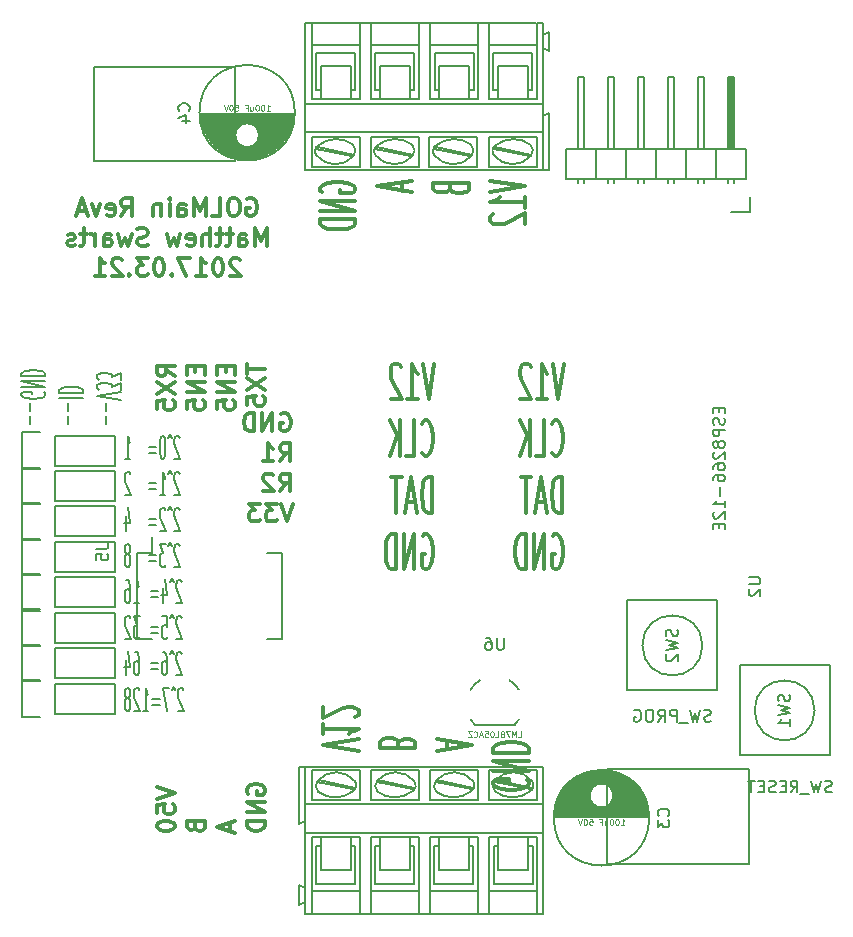
<source format=gbo>
G04 #@! TF.FileFunction,Legend,Bot*
%FSLAX46Y46*%
G04 Gerber Fmt 4.6, Leading zero omitted, Abs format (unit mm)*
G04 Created by KiCad (PCBNEW 4.0.4-stable) date 03/22/17 00:02:01*
%MOMM*%
%LPD*%
G01*
G04 APERTURE LIST*
%ADD10C,0.100000*%
%ADD11C,0.300000*%
%ADD12C,0.200000*%
%ADD13C,0.150000*%
G04 APERTURE END LIST*
D10*
D11*
X112000000Y-104200000D02*
X112142857Y-104128571D01*
X112357143Y-104128571D01*
X112571428Y-104200000D01*
X112714286Y-104342857D01*
X112785714Y-104485714D01*
X112857143Y-104771429D01*
X112857143Y-104985714D01*
X112785714Y-105271429D01*
X112714286Y-105414286D01*
X112571428Y-105557143D01*
X112357143Y-105628571D01*
X112214286Y-105628571D01*
X112000000Y-105557143D01*
X111928571Y-105485714D01*
X111928571Y-104985714D01*
X112214286Y-104985714D01*
X111000000Y-104128571D02*
X110714286Y-104128571D01*
X110571428Y-104200000D01*
X110428571Y-104342857D01*
X110357143Y-104628571D01*
X110357143Y-105128571D01*
X110428571Y-105414286D01*
X110571428Y-105557143D01*
X110714286Y-105628571D01*
X111000000Y-105628571D01*
X111142857Y-105557143D01*
X111285714Y-105414286D01*
X111357143Y-105128571D01*
X111357143Y-104628571D01*
X111285714Y-104342857D01*
X111142857Y-104200000D01*
X111000000Y-104128571D01*
X108999999Y-105628571D02*
X109714285Y-105628571D01*
X109714285Y-104128571D01*
X108499999Y-105628571D02*
X108499999Y-104128571D01*
X107999999Y-105200000D01*
X107499999Y-104128571D01*
X107499999Y-105628571D01*
X106142856Y-105628571D02*
X106142856Y-104842857D01*
X106214285Y-104700000D01*
X106357142Y-104628571D01*
X106642856Y-104628571D01*
X106785713Y-104700000D01*
X106142856Y-105557143D02*
X106285713Y-105628571D01*
X106642856Y-105628571D01*
X106785713Y-105557143D01*
X106857142Y-105414286D01*
X106857142Y-105271429D01*
X106785713Y-105128571D01*
X106642856Y-105057143D01*
X106285713Y-105057143D01*
X106142856Y-104985714D01*
X105428570Y-105628571D02*
X105428570Y-104628571D01*
X105428570Y-104128571D02*
X105499999Y-104200000D01*
X105428570Y-104271429D01*
X105357142Y-104200000D01*
X105428570Y-104128571D01*
X105428570Y-104271429D01*
X104714284Y-104628571D02*
X104714284Y-105628571D01*
X104714284Y-104771429D02*
X104642856Y-104700000D01*
X104499998Y-104628571D01*
X104285713Y-104628571D01*
X104142856Y-104700000D01*
X104071427Y-104842857D01*
X104071427Y-105628571D01*
X101357141Y-105628571D02*
X101857141Y-104914286D01*
X102214284Y-105628571D02*
X102214284Y-104128571D01*
X101642856Y-104128571D01*
X101499998Y-104200000D01*
X101428570Y-104271429D01*
X101357141Y-104414286D01*
X101357141Y-104628571D01*
X101428570Y-104771429D01*
X101499998Y-104842857D01*
X101642856Y-104914286D01*
X102214284Y-104914286D01*
X100142856Y-105557143D02*
X100285713Y-105628571D01*
X100571427Y-105628571D01*
X100714284Y-105557143D01*
X100785713Y-105414286D01*
X100785713Y-104842857D01*
X100714284Y-104700000D01*
X100571427Y-104628571D01*
X100285713Y-104628571D01*
X100142856Y-104700000D01*
X100071427Y-104842857D01*
X100071427Y-104985714D01*
X100785713Y-105128571D01*
X99571427Y-104628571D02*
X99214284Y-105628571D01*
X98857142Y-104628571D01*
X98357142Y-105200000D02*
X97642856Y-105200000D01*
X98499999Y-105628571D02*
X97999999Y-104128571D01*
X97499999Y-105628571D01*
X113642857Y-108178571D02*
X113642857Y-106678571D01*
X113142857Y-107750000D01*
X112642857Y-106678571D01*
X112642857Y-108178571D01*
X111285714Y-108178571D02*
X111285714Y-107392857D01*
X111357143Y-107250000D01*
X111500000Y-107178571D01*
X111785714Y-107178571D01*
X111928571Y-107250000D01*
X111285714Y-108107143D02*
X111428571Y-108178571D01*
X111785714Y-108178571D01*
X111928571Y-108107143D01*
X112000000Y-107964286D01*
X112000000Y-107821429D01*
X111928571Y-107678571D01*
X111785714Y-107607143D01*
X111428571Y-107607143D01*
X111285714Y-107535714D01*
X110785714Y-107178571D02*
X110214285Y-107178571D01*
X110571428Y-106678571D02*
X110571428Y-107964286D01*
X110500000Y-108107143D01*
X110357142Y-108178571D01*
X110214285Y-108178571D01*
X109928571Y-107178571D02*
X109357142Y-107178571D01*
X109714285Y-106678571D02*
X109714285Y-107964286D01*
X109642857Y-108107143D01*
X109499999Y-108178571D01*
X109357142Y-108178571D01*
X108857142Y-108178571D02*
X108857142Y-106678571D01*
X108214285Y-108178571D02*
X108214285Y-107392857D01*
X108285714Y-107250000D01*
X108428571Y-107178571D01*
X108642856Y-107178571D01*
X108785714Y-107250000D01*
X108857142Y-107321429D01*
X106928571Y-108107143D02*
X107071428Y-108178571D01*
X107357142Y-108178571D01*
X107499999Y-108107143D01*
X107571428Y-107964286D01*
X107571428Y-107392857D01*
X107499999Y-107250000D01*
X107357142Y-107178571D01*
X107071428Y-107178571D01*
X106928571Y-107250000D01*
X106857142Y-107392857D01*
X106857142Y-107535714D01*
X107571428Y-107678571D01*
X106357142Y-107178571D02*
X106071428Y-108178571D01*
X105785714Y-107464286D01*
X105499999Y-108178571D01*
X105214285Y-107178571D01*
X103571428Y-108107143D02*
X103357142Y-108178571D01*
X102999999Y-108178571D01*
X102857142Y-108107143D01*
X102785713Y-108035714D01*
X102714285Y-107892857D01*
X102714285Y-107750000D01*
X102785713Y-107607143D01*
X102857142Y-107535714D01*
X102999999Y-107464286D01*
X103285713Y-107392857D01*
X103428571Y-107321429D01*
X103499999Y-107250000D01*
X103571428Y-107107143D01*
X103571428Y-106964286D01*
X103499999Y-106821429D01*
X103428571Y-106750000D01*
X103285713Y-106678571D01*
X102928571Y-106678571D01*
X102714285Y-106750000D01*
X102214285Y-107178571D02*
X101928571Y-108178571D01*
X101642857Y-107464286D01*
X101357142Y-108178571D01*
X101071428Y-107178571D01*
X99857142Y-108178571D02*
X99857142Y-107392857D01*
X99928571Y-107250000D01*
X100071428Y-107178571D01*
X100357142Y-107178571D01*
X100499999Y-107250000D01*
X99857142Y-108107143D02*
X99999999Y-108178571D01*
X100357142Y-108178571D01*
X100499999Y-108107143D01*
X100571428Y-107964286D01*
X100571428Y-107821429D01*
X100499999Y-107678571D01*
X100357142Y-107607143D01*
X99999999Y-107607143D01*
X99857142Y-107535714D01*
X99142856Y-108178571D02*
X99142856Y-107178571D01*
X99142856Y-107464286D02*
X99071428Y-107321429D01*
X98999999Y-107250000D01*
X98857142Y-107178571D01*
X98714285Y-107178571D01*
X98428571Y-107178571D02*
X97857142Y-107178571D01*
X98214285Y-106678571D02*
X98214285Y-107964286D01*
X98142857Y-108107143D01*
X97999999Y-108178571D01*
X97857142Y-108178571D01*
X97428571Y-108107143D02*
X97285714Y-108178571D01*
X96999999Y-108178571D01*
X96857142Y-108107143D01*
X96785714Y-107964286D01*
X96785714Y-107892857D01*
X96857142Y-107750000D01*
X96999999Y-107678571D01*
X97214285Y-107678571D01*
X97357142Y-107607143D01*
X97428571Y-107464286D01*
X97428571Y-107392857D01*
X97357142Y-107250000D01*
X97214285Y-107178571D01*
X96999999Y-107178571D01*
X96857142Y-107250000D01*
X111392856Y-109371429D02*
X111321427Y-109300000D01*
X111178570Y-109228571D01*
X110821427Y-109228571D01*
X110678570Y-109300000D01*
X110607141Y-109371429D01*
X110535713Y-109514286D01*
X110535713Y-109657143D01*
X110607141Y-109871429D01*
X111464284Y-110728571D01*
X110535713Y-110728571D01*
X109607142Y-109228571D02*
X109464285Y-109228571D01*
X109321428Y-109300000D01*
X109249999Y-109371429D01*
X109178570Y-109514286D01*
X109107142Y-109800000D01*
X109107142Y-110157143D01*
X109178570Y-110442857D01*
X109249999Y-110585714D01*
X109321428Y-110657143D01*
X109464285Y-110728571D01*
X109607142Y-110728571D01*
X109749999Y-110657143D01*
X109821428Y-110585714D01*
X109892856Y-110442857D01*
X109964285Y-110157143D01*
X109964285Y-109800000D01*
X109892856Y-109514286D01*
X109821428Y-109371429D01*
X109749999Y-109300000D01*
X109607142Y-109228571D01*
X107678571Y-110728571D02*
X108535714Y-110728571D01*
X108107142Y-110728571D02*
X108107142Y-109228571D01*
X108249999Y-109442857D01*
X108392857Y-109585714D01*
X108535714Y-109657143D01*
X107178571Y-109228571D02*
X106178571Y-109228571D01*
X106821428Y-110728571D01*
X105607143Y-110585714D02*
X105535715Y-110657143D01*
X105607143Y-110728571D01*
X105678572Y-110657143D01*
X105607143Y-110585714D01*
X105607143Y-110728571D01*
X104607143Y-109228571D02*
X104464286Y-109228571D01*
X104321429Y-109300000D01*
X104250000Y-109371429D01*
X104178571Y-109514286D01*
X104107143Y-109800000D01*
X104107143Y-110157143D01*
X104178571Y-110442857D01*
X104250000Y-110585714D01*
X104321429Y-110657143D01*
X104464286Y-110728571D01*
X104607143Y-110728571D01*
X104750000Y-110657143D01*
X104821429Y-110585714D01*
X104892857Y-110442857D01*
X104964286Y-110157143D01*
X104964286Y-109800000D01*
X104892857Y-109514286D01*
X104821429Y-109371429D01*
X104750000Y-109300000D01*
X104607143Y-109228571D01*
X103607143Y-109228571D02*
X102678572Y-109228571D01*
X103178572Y-109800000D01*
X102964286Y-109800000D01*
X102821429Y-109871429D01*
X102750000Y-109942857D01*
X102678572Y-110085714D01*
X102678572Y-110442857D01*
X102750000Y-110585714D01*
X102821429Y-110657143D01*
X102964286Y-110728571D01*
X103392858Y-110728571D01*
X103535715Y-110657143D01*
X103607143Y-110585714D01*
X102035715Y-110585714D02*
X101964287Y-110657143D01*
X102035715Y-110728571D01*
X102107144Y-110657143D01*
X102035715Y-110585714D01*
X102035715Y-110728571D01*
X101392858Y-109371429D02*
X101321429Y-109300000D01*
X101178572Y-109228571D01*
X100821429Y-109228571D01*
X100678572Y-109300000D01*
X100607143Y-109371429D01*
X100535715Y-109514286D01*
X100535715Y-109657143D01*
X100607143Y-109871429D01*
X101464286Y-110728571D01*
X100535715Y-110728571D01*
X99107144Y-110728571D02*
X99964287Y-110728571D01*
X99535715Y-110728571D02*
X99535715Y-109228571D01*
X99678572Y-109442857D01*
X99821430Y-109585714D01*
X99964287Y-109657143D01*
X104353571Y-154000001D02*
X105853571Y-154500001D01*
X104353571Y-155000001D01*
X104353571Y-156214287D02*
X104353571Y-155500001D01*
X105067857Y-155428572D01*
X104996429Y-155500001D01*
X104925000Y-155642858D01*
X104925000Y-156000001D01*
X104996429Y-156142858D01*
X105067857Y-156214287D01*
X105210714Y-156285715D01*
X105567857Y-156285715D01*
X105710714Y-156214287D01*
X105782143Y-156142858D01*
X105853571Y-156000001D01*
X105853571Y-155642858D01*
X105782143Y-155500001D01*
X105710714Y-155428572D01*
X104353571Y-157214286D02*
X104353571Y-157357143D01*
X104425000Y-157500000D01*
X104496429Y-157571429D01*
X104639286Y-157642858D01*
X104925000Y-157714286D01*
X105282143Y-157714286D01*
X105567857Y-157642858D01*
X105710714Y-157571429D01*
X105782143Y-157500000D01*
X105853571Y-157357143D01*
X105853571Y-157214286D01*
X105782143Y-157071429D01*
X105710714Y-157000000D01*
X105567857Y-156928572D01*
X105282143Y-156857143D01*
X104925000Y-156857143D01*
X104639286Y-156928572D01*
X104496429Y-157000000D01*
X104425000Y-157071429D01*
X104353571Y-157214286D01*
X107617857Y-157357143D02*
X107689286Y-157571429D01*
X107760714Y-157642857D01*
X107903571Y-157714286D01*
X108117857Y-157714286D01*
X108260714Y-157642857D01*
X108332143Y-157571429D01*
X108403571Y-157428571D01*
X108403571Y-156857143D01*
X106903571Y-156857143D01*
X106903571Y-157357143D01*
X106975000Y-157500000D01*
X107046429Y-157571429D01*
X107189286Y-157642857D01*
X107332143Y-157642857D01*
X107475000Y-157571429D01*
X107546429Y-157500000D01*
X107617857Y-157357143D01*
X107617857Y-156857143D01*
X110525000Y-157000000D02*
X110525000Y-157714286D01*
X110953571Y-156857143D02*
X109453571Y-157357143D01*
X110953571Y-157857143D01*
X112075000Y-154571428D02*
X112003571Y-154428571D01*
X112003571Y-154214285D01*
X112075000Y-154000000D01*
X112217857Y-153857142D01*
X112360714Y-153785714D01*
X112646429Y-153714285D01*
X112860714Y-153714285D01*
X113146429Y-153785714D01*
X113289286Y-153857142D01*
X113432143Y-154000000D01*
X113503571Y-154214285D01*
X113503571Y-154357142D01*
X113432143Y-154571428D01*
X113360714Y-154642857D01*
X112860714Y-154642857D01*
X112860714Y-154357142D01*
X113503571Y-155285714D02*
X112003571Y-155285714D01*
X113503571Y-156142857D01*
X112003571Y-156142857D01*
X113503571Y-156857143D02*
X112003571Y-156857143D01*
X112003571Y-157214286D01*
X112075000Y-157428571D01*
X112217857Y-157571429D01*
X112360714Y-157642857D01*
X112646429Y-157714286D01*
X112860714Y-157714286D01*
X113146429Y-157642857D01*
X113289286Y-157571429D01*
X113432143Y-157428571D01*
X113503571Y-157214286D01*
X113503571Y-156857143D01*
X105853571Y-119214286D02*
X105139286Y-118714286D01*
X105853571Y-118357143D02*
X104353571Y-118357143D01*
X104353571Y-118928571D01*
X104425000Y-119071429D01*
X104496429Y-119142857D01*
X104639286Y-119214286D01*
X104853571Y-119214286D01*
X104996429Y-119142857D01*
X105067857Y-119071429D01*
X105139286Y-118928571D01*
X105139286Y-118357143D01*
X104353571Y-119714286D02*
X105853571Y-120714286D01*
X104353571Y-120714286D02*
X105853571Y-119714286D01*
X104353571Y-122000000D02*
X104353571Y-121285714D01*
X105067857Y-121214285D01*
X104996429Y-121285714D01*
X104925000Y-121428571D01*
X104925000Y-121785714D01*
X104996429Y-121928571D01*
X105067857Y-122000000D01*
X105210714Y-122071428D01*
X105567857Y-122071428D01*
X105710714Y-122000000D01*
X105782143Y-121928571D01*
X105853571Y-121785714D01*
X105853571Y-121428571D01*
X105782143Y-121285714D01*
X105710714Y-121214285D01*
X107617857Y-118357143D02*
X107617857Y-118857143D01*
X108403571Y-119071429D02*
X108403571Y-118357143D01*
X106903571Y-118357143D01*
X106903571Y-119071429D01*
X108403571Y-119714286D02*
X106903571Y-119714286D01*
X108403571Y-120571429D01*
X106903571Y-120571429D01*
X106903571Y-122000001D02*
X106903571Y-121285715D01*
X107617857Y-121214286D01*
X107546429Y-121285715D01*
X107475000Y-121428572D01*
X107475000Y-121785715D01*
X107546429Y-121928572D01*
X107617857Y-122000001D01*
X107760714Y-122071429D01*
X108117857Y-122071429D01*
X108260714Y-122000001D01*
X108332143Y-121928572D01*
X108403571Y-121785715D01*
X108403571Y-121428572D01*
X108332143Y-121285715D01*
X108260714Y-121214286D01*
X110167857Y-118357143D02*
X110167857Y-118857143D01*
X110953571Y-119071429D02*
X110953571Y-118357143D01*
X109453571Y-118357143D01*
X109453571Y-119071429D01*
X110953571Y-119714286D02*
X109453571Y-119714286D01*
X110953571Y-120571429D01*
X109453571Y-120571429D01*
X109453571Y-122000001D02*
X109453571Y-121285715D01*
X110167857Y-121214286D01*
X110096429Y-121285715D01*
X110025000Y-121428572D01*
X110025000Y-121785715D01*
X110096429Y-121928572D01*
X110167857Y-122000001D01*
X110310714Y-122071429D01*
X110667857Y-122071429D01*
X110810714Y-122000001D01*
X110882143Y-121928572D01*
X110953571Y-121785715D01*
X110953571Y-121428572D01*
X110882143Y-121285715D01*
X110810714Y-121214286D01*
X112003571Y-118142857D02*
X112003571Y-119000000D01*
X113503571Y-118571429D02*
X112003571Y-118571429D01*
X112003571Y-119357143D02*
X113503571Y-120357143D01*
X112003571Y-120357143D02*
X113503571Y-119357143D01*
X112003571Y-121642857D02*
X112003571Y-120928571D01*
X112717857Y-120857142D01*
X112646429Y-120928571D01*
X112575000Y-121071428D01*
X112575000Y-121428571D01*
X112646429Y-121571428D01*
X112717857Y-121642857D01*
X112860714Y-121714285D01*
X113217857Y-121714285D01*
X113360714Y-121642857D01*
X113432143Y-121571428D01*
X113503571Y-121428571D01*
X113503571Y-121071428D01*
X113432143Y-120928571D01*
X113360714Y-120857142D01*
X138857143Y-118157143D02*
X138357143Y-121157143D01*
X137857143Y-118157143D01*
X136571429Y-121157143D02*
X137428572Y-121157143D01*
X137000000Y-121157143D02*
X137000000Y-118157143D01*
X137142857Y-118585714D01*
X137285715Y-118871429D01*
X137428572Y-119014286D01*
X136000001Y-118442857D02*
X135928572Y-118300000D01*
X135785715Y-118157143D01*
X135428572Y-118157143D01*
X135285715Y-118300000D01*
X135214286Y-118442857D01*
X135142858Y-118728571D01*
X135142858Y-119014286D01*
X135214286Y-119442857D01*
X136071429Y-121157143D01*
X135142858Y-121157143D01*
X137785714Y-125671429D02*
X137857143Y-125814286D01*
X138071429Y-125957143D01*
X138214286Y-125957143D01*
X138428571Y-125814286D01*
X138571429Y-125528571D01*
X138642857Y-125242857D01*
X138714286Y-124671429D01*
X138714286Y-124242857D01*
X138642857Y-123671429D01*
X138571429Y-123385714D01*
X138428571Y-123100000D01*
X138214286Y-122957143D01*
X138071429Y-122957143D01*
X137857143Y-123100000D01*
X137785714Y-123242857D01*
X136428571Y-125957143D02*
X137142857Y-125957143D01*
X137142857Y-122957143D01*
X135928571Y-125957143D02*
X135928571Y-122957143D01*
X135071428Y-125957143D02*
X135714285Y-124242857D01*
X135071428Y-122957143D02*
X135928571Y-124671429D01*
X138642857Y-130757143D02*
X138642857Y-127757143D01*
X138285714Y-127757143D01*
X138071429Y-127900000D01*
X137928571Y-128185714D01*
X137857143Y-128471429D01*
X137785714Y-129042857D01*
X137785714Y-129471429D01*
X137857143Y-130042857D01*
X137928571Y-130328571D01*
X138071429Y-130614286D01*
X138285714Y-130757143D01*
X138642857Y-130757143D01*
X137214286Y-129900000D02*
X136500000Y-129900000D01*
X137357143Y-130757143D02*
X136857143Y-127757143D01*
X136357143Y-130757143D01*
X136071429Y-127757143D02*
X135214286Y-127757143D01*
X135642857Y-130757143D02*
X135642857Y-127757143D01*
X137857143Y-132700000D02*
X138000000Y-132557143D01*
X138214286Y-132557143D01*
X138428571Y-132700000D01*
X138571429Y-132985714D01*
X138642857Y-133271429D01*
X138714286Y-133842857D01*
X138714286Y-134271429D01*
X138642857Y-134842857D01*
X138571429Y-135128571D01*
X138428571Y-135414286D01*
X138214286Y-135557143D01*
X138071429Y-135557143D01*
X137857143Y-135414286D01*
X137785714Y-135271429D01*
X137785714Y-134271429D01*
X138071429Y-134271429D01*
X137142857Y-135557143D02*
X137142857Y-132557143D01*
X136285714Y-135557143D01*
X136285714Y-132557143D01*
X135571428Y-135557143D02*
X135571428Y-132557143D01*
X135214285Y-132557143D01*
X135000000Y-132700000D01*
X134857142Y-132985714D01*
X134785714Y-133271429D01*
X134714285Y-133842857D01*
X134714285Y-134271429D01*
X134785714Y-134842857D01*
X134857142Y-135128571D01*
X135000000Y-135414286D01*
X135214285Y-135557143D01*
X135571428Y-135557143D01*
X118300000Y-103642857D02*
X118157143Y-103500000D01*
X118157143Y-103285714D01*
X118300000Y-103071429D01*
X118585714Y-102928571D01*
X118871429Y-102857143D01*
X119442857Y-102785714D01*
X119871429Y-102785714D01*
X120442857Y-102857143D01*
X120728571Y-102928571D01*
X121014286Y-103071429D01*
X121157143Y-103285714D01*
X121157143Y-103428571D01*
X121014286Y-103642857D01*
X120871429Y-103714286D01*
X119871429Y-103714286D01*
X119871429Y-103428571D01*
X121157143Y-104357143D02*
X118157143Y-104357143D01*
X121157143Y-105214286D01*
X118157143Y-105214286D01*
X121157143Y-105928572D02*
X118157143Y-105928572D01*
X118157143Y-106285715D01*
X118300000Y-106500000D01*
X118585714Y-106642858D01*
X118871429Y-106714286D01*
X119442857Y-106785715D01*
X119871429Y-106785715D01*
X120442857Y-106714286D01*
X120728571Y-106642858D01*
X121014286Y-106500000D01*
X121157143Y-106285715D01*
X121157143Y-105928572D01*
X125100000Y-102785714D02*
X125100000Y-103500000D01*
X125957143Y-102642857D02*
X122957143Y-103142857D01*
X125957143Y-103642857D01*
X129185714Y-103357143D02*
X129328571Y-103571429D01*
X129471429Y-103642857D01*
X129757143Y-103714286D01*
X130185714Y-103714286D01*
X130471429Y-103642857D01*
X130614286Y-103571429D01*
X130757143Y-103428571D01*
X130757143Y-102857143D01*
X127757143Y-102857143D01*
X127757143Y-103357143D01*
X127900000Y-103500000D01*
X128042857Y-103571429D01*
X128328571Y-103642857D01*
X128614286Y-103642857D01*
X128900000Y-103571429D01*
X129042857Y-103500000D01*
X129185714Y-103357143D01*
X129185714Y-102857143D01*
X132557143Y-102642857D02*
X135557143Y-103142857D01*
X132557143Y-103642857D01*
X135557143Y-104928571D02*
X135557143Y-104071428D01*
X135557143Y-104500000D02*
X132557143Y-104500000D01*
X132985714Y-104357143D01*
X133271429Y-104214285D01*
X133414286Y-104071428D01*
X132842857Y-105499999D02*
X132700000Y-105571428D01*
X132557143Y-105714285D01*
X132557143Y-106071428D01*
X132700000Y-106214285D01*
X132842857Y-106285714D01*
X133128571Y-106357142D01*
X133414286Y-106357142D01*
X133842857Y-106285714D01*
X135557143Y-105428571D01*
X135557143Y-106357142D01*
X114857143Y-122425000D02*
X115000000Y-122353571D01*
X115214286Y-122353571D01*
X115428571Y-122425000D01*
X115571429Y-122567857D01*
X115642857Y-122710714D01*
X115714286Y-122996429D01*
X115714286Y-123210714D01*
X115642857Y-123496429D01*
X115571429Y-123639286D01*
X115428571Y-123782143D01*
X115214286Y-123853571D01*
X115071429Y-123853571D01*
X114857143Y-123782143D01*
X114785714Y-123710714D01*
X114785714Y-123210714D01*
X115071429Y-123210714D01*
X114142857Y-123853571D02*
X114142857Y-122353571D01*
X113285714Y-123853571D01*
X113285714Y-122353571D01*
X112571428Y-123853571D02*
X112571428Y-122353571D01*
X112214285Y-122353571D01*
X112000000Y-122425000D01*
X111857142Y-122567857D01*
X111785714Y-122710714D01*
X111714285Y-122996429D01*
X111714285Y-123210714D01*
X111785714Y-123496429D01*
X111857142Y-123639286D01*
X112000000Y-123782143D01*
X112214285Y-123853571D01*
X112571428Y-123853571D01*
X114785714Y-126403571D02*
X115285714Y-125689286D01*
X115642857Y-126403571D02*
X115642857Y-124903571D01*
X115071429Y-124903571D01*
X114928571Y-124975000D01*
X114857143Y-125046429D01*
X114785714Y-125189286D01*
X114785714Y-125403571D01*
X114857143Y-125546429D01*
X114928571Y-125617857D01*
X115071429Y-125689286D01*
X115642857Y-125689286D01*
X113357143Y-126403571D02*
X114214286Y-126403571D01*
X113785714Y-126403571D02*
X113785714Y-124903571D01*
X113928571Y-125117857D01*
X114071429Y-125260714D01*
X114214286Y-125332143D01*
X114785714Y-128953571D02*
X115285714Y-128239286D01*
X115642857Y-128953571D02*
X115642857Y-127453571D01*
X115071429Y-127453571D01*
X114928571Y-127525000D01*
X114857143Y-127596429D01*
X114785714Y-127739286D01*
X114785714Y-127953571D01*
X114857143Y-128096429D01*
X114928571Y-128167857D01*
X115071429Y-128239286D01*
X115642857Y-128239286D01*
X114214286Y-127596429D02*
X114142857Y-127525000D01*
X114000000Y-127453571D01*
X113642857Y-127453571D01*
X113500000Y-127525000D01*
X113428571Y-127596429D01*
X113357143Y-127739286D01*
X113357143Y-127882143D01*
X113428571Y-128096429D01*
X114285714Y-128953571D01*
X113357143Y-128953571D01*
X115857143Y-130003571D02*
X115357143Y-131503571D01*
X114857143Y-130003571D01*
X114500000Y-130003571D02*
X113571429Y-130003571D01*
X114071429Y-130575000D01*
X113857143Y-130575000D01*
X113714286Y-130646429D01*
X113642857Y-130717857D01*
X113571429Y-130860714D01*
X113571429Y-131217857D01*
X113642857Y-131360714D01*
X113714286Y-131432143D01*
X113857143Y-131503571D01*
X114285715Y-131503571D01*
X114428572Y-131432143D01*
X114500000Y-131360714D01*
X113071429Y-130003571D02*
X112142858Y-130003571D01*
X112642858Y-130575000D01*
X112428572Y-130575000D01*
X112285715Y-130646429D01*
X112214286Y-130717857D01*
X112142858Y-130860714D01*
X112142858Y-131217857D01*
X112214286Y-131360714D01*
X112285715Y-131432143D01*
X112428572Y-131503571D01*
X112857144Y-131503571D01*
X113000001Y-131432143D01*
X113071429Y-131360714D01*
X127857143Y-118157143D02*
X127357143Y-121157143D01*
X126857143Y-118157143D01*
X125571429Y-121157143D02*
X126428572Y-121157143D01*
X126000000Y-121157143D02*
X126000000Y-118157143D01*
X126142857Y-118585714D01*
X126285715Y-118871429D01*
X126428572Y-119014286D01*
X125000001Y-118442857D02*
X124928572Y-118300000D01*
X124785715Y-118157143D01*
X124428572Y-118157143D01*
X124285715Y-118300000D01*
X124214286Y-118442857D01*
X124142858Y-118728571D01*
X124142858Y-119014286D01*
X124214286Y-119442857D01*
X125071429Y-121157143D01*
X124142858Y-121157143D01*
X126785714Y-125671429D02*
X126857143Y-125814286D01*
X127071429Y-125957143D01*
X127214286Y-125957143D01*
X127428571Y-125814286D01*
X127571429Y-125528571D01*
X127642857Y-125242857D01*
X127714286Y-124671429D01*
X127714286Y-124242857D01*
X127642857Y-123671429D01*
X127571429Y-123385714D01*
X127428571Y-123100000D01*
X127214286Y-122957143D01*
X127071429Y-122957143D01*
X126857143Y-123100000D01*
X126785714Y-123242857D01*
X125428571Y-125957143D02*
X126142857Y-125957143D01*
X126142857Y-122957143D01*
X124928571Y-125957143D02*
X124928571Y-122957143D01*
X124071428Y-125957143D02*
X124714285Y-124242857D01*
X124071428Y-122957143D02*
X124928571Y-124671429D01*
X127642857Y-130757143D02*
X127642857Y-127757143D01*
X127285714Y-127757143D01*
X127071429Y-127900000D01*
X126928571Y-128185714D01*
X126857143Y-128471429D01*
X126785714Y-129042857D01*
X126785714Y-129471429D01*
X126857143Y-130042857D01*
X126928571Y-130328571D01*
X127071429Y-130614286D01*
X127285714Y-130757143D01*
X127642857Y-130757143D01*
X126214286Y-129900000D02*
X125500000Y-129900000D01*
X126357143Y-130757143D02*
X125857143Y-127757143D01*
X125357143Y-130757143D01*
X125071429Y-127757143D02*
X124214286Y-127757143D01*
X124642857Y-130757143D02*
X124642857Y-127757143D01*
X126857143Y-132700000D02*
X127000000Y-132557143D01*
X127214286Y-132557143D01*
X127428571Y-132700000D01*
X127571429Y-132985714D01*
X127642857Y-133271429D01*
X127714286Y-133842857D01*
X127714286Y-134271429D01*
X127642857Y-134842857D01*
X127571429Y-135128571D01*
X127428571Y-135414286D01*
X127214286Y-135557143D01*
X127071429Y-135557143D01*
X126857143Y-135414286D01*
X126785714Y-135271429D01*
X126785714Y-134271429D01*
X127071429Y-134271429D01*
X126142857Y-135557143D02*
X126142857Y-132557143D01*
X125285714Y-135557143D01*
X125285714Y-132557143D01*
X124571428Y-135557143D02*
X124571428Y-132557143D01*
X124214285Y-132557143D01*
X124000000Y-132700000D01*
X123857142Y-132985714D01*
X123785714Y-133271429D01*
X123714285Y-133842857D01*
X123714285Y-134271429D01*
X123785714Y-134842857D01*
X123857142Y-135128571D01*
X124000000Y-135414286D01*
X124214285Y-135557143D01*
X124571428Y-135557143D01*
X135700000Y-153357143D02*
X135842857Y-153500000D01*
X135842857Y-153714286D01*
X135700000Y-153928571D01*
X135414286Y-154071429D01*
X135128571Y-154142857D01*
X134557143Y-154214286D01*
X134128571Y-154214286D01*
X133557143Y-154142857D01*
X133271429Y-154071429D01*
X132985714Y-153928571D01*
X132842857Y-153714286D01*
X132842857Y-153571429D01*
X132985714Y-153357143D01*
X133128571Y-153285714D01*
X134128571Y-153285714D01*
X134128571Y-153571429D01*
X132842857Y-152642857D02*
X135842857Y-152642857D01*
X132842857Y-151785714D01*
X135842857Y-151785714D01*
X132842857Y-151071428D02*
X135842857Y-151071428D01*
X135842857Y-150714285D01*
X135700000Y-150500000D01*
X135414286Y-150357142D01*
X135128571Y-150285714D01*
X134557143Y-150214285D01*
X134128571Y-150214285D01*
X133557143Y-150285714D01*
X133271429Y-150357142D01*
X132985714Y-150500000D01*
X132842857Y-150714285D01*
X132842857Y-151071428D01*
X128900000Y-150785715D02*
X128900000Y-150071429D01*
X128042857Y-150928572D02*
X131042857Y-150428572D01*
X128042857Y-149928572D01*
X124814286Y-150214286D02*
X124671429Y-150000000D01*
X124528571Y-149928572D01*
X124242857Y-149857143D01*
X123814286Y-149857143D01*
X123528571Y-149928572D01*
X123385714Y-150000000D01*
X123242857Y-150142858D01*
X123242857Y-150714286D01*
X126242857Y-150714286D01*
X126242857Y-150214286D01*
X126100000Y-150071429D01*
X125957143Y-150000000D01*
X125671429Y-149928572D01*
X125385714Y-149928572D01*
X125100000Y-150000000D01*
X124957143Y-150071429D01*
X124814286Y-150214286D01*
X124814286Y-150714286D01*
X121442857Y-150928572D02*
X118442857Y-150428572D01*
X121442857Y-149928572D01*
X118442857Y-148642858D02*
X118442857Y-149500001D01*
X118442857Y-149071429D02*
X121442857Y-149071429D01*
X121014286Y-149214286D01*
X120728571Y-149357144D01*
X120585714Y-149500001D01*
X121157143Y-148071430D02*
X121300000Y-148000001D01*
X121442857Y-147857144D01*
X121442857Y-147500001D01*
X121300000Y-147357144D01*
X121157143Y-147285715D01*
X120871429Y-147214287D01*
X120585714Y-147214287D01*
X120157143Y-147285715D01*
X118442857Y-148142858D01*
X118442857Y-147214287D01*
D12*
X99000000Y-93000000D02*
X111000000Y-93000000D01*
X99000000Y-101000000D02*
X99000000Y-93000000D01*
X111000000Y-101000000D02*
X99000000Y-101000000D01*
X111000000Y-93000000D02*
X111000000Y-101000000D01*
X100057143Y-123285714D02*
X100057143Y-122600000D01*
X100057143Y-122171428D02*
X100057143Y-121485714D01*
X101295238Y-121185714D02*
X99295238Y-120885714D01*
X101295238Y-120585714D01*
X101295238Y-120371428D02*
X101295238Y-119814285D01*
X100533333Y-120114285D01*
X100533333Y-119985713D01*
X100438095Y-119899999D01*
X100342857Y-119857142D01*
X100152381Y-119814285D01*
X99676190Y-119814285D01*
X99485714Y-119857142D01*
X99390476Y-119899999D01*
X99295238Y-119985713D01*
X99295238Y-120242856D01*
X99390476Y-120328570D01*
X99485714Y-120371428D01*
X101295238Y-119514285D02*
X101295238Y-118957142D01*
X100533333Y-119257142D01*
X100533333Y-119128570D01*
X100438095Y-119042856D01*
X100342857Y-118999999D01*
X100152381Y-118957142D01*
X99676190Y-118957142D01*
X99485714Y-118999999D01*
X99390476Y-119042856D01*
X99295238Y-119128570D01*
X99295238Y-119385713D01*
X99390476Y-119471427D01*
X99485714Y-119514285D01*
X96857143Y-123285714D02*
X96857143Y-122600000D01*
X96857143Y-122171428D02*
X96857143Y-121485714D01*
X96095238Y-121057142D02*
X98095238Y-121057142D01*
X96095238Y-120628571D02*
X98095238Y-120628571D01*
X98095238Y-120414286D01*
X98000000Y-120285714D01*
X97809524Y-120200000D01*
X97619048Y-120157143D01*
X97238095Y-120114286D01*
X96952381Y-120114286D01*
X96571429Y-120157143D01*
X96380952Y-120200000D01*
X96190476Y-120285714D01*
X96095238Y-120414286D01*
X96095238Y-120628571D01*
X93657143Y-123285714D02*
X93657143Y-122600000D01*
X93657143Y-122171428D02*
X93657143Y-121485714D01*
X94800000Y-120585714D02*
X94895238Y-120671428D01*
X94895238Y-120799999D01*
X94800000Y-120928571D01*
X94609524Y-121014285D01*
X94419048Y-121057142D01*
X94038095Y-121099999D01*
X93752381Y-121099999D01*
X93371429Y-121057142D01*
X93180952Y-121014285D01*
X92990476Y-120928571D01*
X92895238Y-120799999D01*
X92895238Y-120714285D01*
X92990476Y-120585714D01*
X93085714Y-120542857D01*
X93752381Y-120542857D01*
X93752381Y-120714285D01*
X92895238Y-120157142D02*
X94895238Y-120157142D01*
X92895238Y-119642857D01*
X94895238Y-119642857D01*
X92895238Y-119214285D02*
X94895238Y-119214285D01*
X94895238Y-119000000D01*
X94800000Y-118871428D01*
X94609524Y-118785714D01*
X94419048Y-118742857D01*
X94038095Y-118700000D01*
X93752381Y-118700000D01*
X93371429Y-118742857D01*
X93180952Y-118785714D01*
X92990476Y-118871428D01*
X92895238Y-119000000D01*
X92895238Y-119214285D01*
X142500000Y-152500000D02*
X142500000Y-160500000D01*
X154500000Y-152500000D02*
X142500000Y-152500000D01*
X154500000Y-160500000D02*
X154500000Y-152500000D01*
X142500000Y-160500000D02*
X154500000Y-160500000D01*
X106300001Y-124465476D02*
X106261906Y-124375000D01*
X106185715Y-124284524D01*
X105995239Y-124284524D01*
X105919049Y-124375000D01*
X105880953Y-124465476D01*
X105842858Y-124646429D01*
X105842858Y-124827381D01*
X105880953Y-125098810D01*
X106338096Y-126184524D01*
X105842858Y-126184524D01*
X105614287Y-124465476D02*
X105461906Y-124194048D01*
X105309525Y-124465476D01*
X104890477Y-124284524D02*
X104814286Y-124284524D01*
X104738096Y-124375000D01*
X104700001Y-124465476D01*
X104661905Y-124646429D01*
X104623810Y-125008333D01*
X104623810Y-125460714D01*
X104661905Y-125822619D01*
X104700001Y-126003571D01*
X104738096Y-126094048D01*
X104814286Y-126184524D01*
X104890477Y-126184524D01*
X104966667Y-126094048D01*
X105004763Y-126003571D01*
X105042858Y-125822619D01*
X105080953Y-125460714D01*
X105080953Y-125008333D01*
X105042858Y-124646429D01*
X105004763Y-124465476D01*
X104966667Y-124375000D01*
X104890477Y-124284524D01*
X104280953Y-125189286D02*
X103671429Y-125189286D01*
X103671429Y-125732143D02*
X104280953Y-125732143D01*
X101652381Y-126184524D02*
X102109524Y-126184524D01*
X101880953Y-126184524D02*
X101880953Y-124284524D01*
X101957143Y-124555952D01*
X102033334Y-124736905D01*
X102109524Y-124827381D01*
X106300001Y-127515476D02*
X106261906Y-127425000D01*
X106185715Y-127334524D01*
X105995239Y-127334524D01*
X105919049Y-127425000D01*
X105880953Y-127515476D01*
X105842858Y-127696429D01*
X105842858Y-127877381D01*
X105880953Y-128148810D01*
X106338096Y-129234524D01*
X105842858Y-129234524D01*
X105614287Y-127515476D02*
X105461906Y-127244048D01*
X105309525Y-127515476D01*
X104623810Y-129234524D02*
X105080953Y-129234524D01*
X104852382Y-129234524D02*
X104852382Y-127334524D01*
X104928572Y-127605952D01*
X105004763Y-127786905D01*
X105080953Y-127877381D01*
X104280953Y-128239286D02*
X103671429Y-128239286D01*
X103671429Y-128782143D02*
X104280953Y-128782143D01*
X102109524Y-127515476D02*
X102071429Y-127425000D01*
X101995238Y-127334524D01*
X101804762Y-127334524D01*
X101728572Y-127425000D01*
X101690476Y-127515476D01*
X101652381Y-127696429D01*
X101652381Y-127877381D01*
X101690476Y-128148810D01*
X102147619Y-129234524D01*
X101652381Y-129234524D01*
X106300001Y-130565476D02*
X106261906Y-130475000D01*
X106185715Y-130384524D01*
X105995239Y-130384524D01*
X105919049Y-130475000D01*
X105880953Y-130565476D01*
X105842858Y-130746429D01*
X105842858Y-130927381D01*
X105880953Y-131198810D01*
X106338096Y-132284524D01*
X105842858Y-132284524D01*
X105614287Y-130565476D02*
X105461906Y-130294048D01*
X105309525Y-130565476D01*
X105080953Y-130565476D02*
X105042858Y-130475000D01*
X104966667Y-130384524D01*
X104776191Y-130384524D01*
X104700001Y-130475000D01*
X104661905Y-130565476D01*
X104623810Y-130746429D01*
X104623810Y-130927381D01*
X104661905Y-131198810D01*
X105119048Y-132284524D01*
X104623810Y-132284524D01*
X104280953Y-131289286D02*
X103671429Y-131289286D01*
X103671429Y-131832143D02*
X104280953Y-131832143D01*
X101728572Y-131017857D02*
X101728572Y-132284524D01*
X101919048Y-130294048D02*
X102109524Y-131651190D01*
X101614286Y-131651190D01*
X106300001Y-133615476D02*
X106261906Y-133525000D01*
X106185715Y-133434524D01*
X105995239Y-133434524D01*
X105919049Y-133525000D01*
X105880953Y-133615476D01*
X105842858Y-133796429D01*
X105842858Y-133977381D01*
X105880953Y-134248810D01*
X106338096Y-135334524D01*
X105842858Y-135334524D01*
X105614287Y-133615476D02*
X105461906Y-133344048D01*
X105309525Y-133615476D01*
X105119048Y-133434524D02*
X104623810Y-133434524D01*
X104890477Y-134158333D01*
X104776191Y-134158333D01*
X104700001Y-134248810D01*
X104661905Y-134339286D01*
X104623810Y-134520238D01*
X104623810Y-134972619D01*
X104661905Y-135153571D01*
X104700001Y-135244048D01*
X104776191Y-135334524D01*
X105004763Y-135334524D01*
X105080953Y-135244048D01*
X105119048Y-135153571D01*
X104280953Y-134339286D02*
X103671429Y-134339286D01*
X103671429Y-134882143D02*
X104280953Y-134882143D01*
X101957143Y-134248810D02*
X102033334Y-134158333D01*
X102071429Y-134067857D01*
X102109524Y-133886905D01*
X102109524Y-133796429D01*
X102071429Y-133615476D01*
X102033334Y-133525000D01*
X101957143Y-133434524D01*
X101804762Y-133434524D01*
X101728572Y-133525000D01*
X101690476Y-133615476D01*
X101652381Y-133796429D01*
X101652381Y-133886905D01*
X101690476Y-134067857D01*
X101728572Y-134158333D01*
X101804762Y-134248810D01*
X101957143Y-134248810D01*
X102033334Y-134339286D01*
X102071429Y-134429762D01*
X102109524Y-134610714D01*
X102109524Y-134972619D01*
X102071429Y-135153571D01*
X102033334Y-135244048D01*
X101957143Y-135334524D01*
X101804762Y-135334524D01*
X101728572Y-135244048D01*
X101690476Y-135153571D01*
X101652381Y-134972619D01*
X101652381Y-134610714D01*
X101690476Y-134429762D01*
X101728572Y-134339286D01*
X101804762Y-134248810D01*
X106452382Y-136665476D02*
X106414287Y-136575000D01*
X106338096Y-136484524D01*
X106147620Y-136484524D01*
X106071430Y-136575000D01*
X106033334Y-136665476D01*
X105995239Y-136846429D01*
X105995239Y-137027381D01*
X106033334Y-137298810D01*
X106490477Y-138384524D01*
X105995239Y-138384524D01*
X105766668Y-136665476D02*
X105614287Y-136394048D01*
X105461906Y-136665476D01*
X104852382Y-137117857D02*
X104852382Y-138384524D01*
X105042858Y-136394048D02*
X105233334Y-137751190D01*
X104738096Y-137751190D01*
X104433334Y-137389286D02*
X103823810Y-137389286D01*
X103823810Y-137932143D02*
X104433334Y-137932143D01*
X102414286Y-138384524D02*
X102871429Y-138384524D01*
X102642858Y-138384524D02*
X102642858Y-136484524D01*
X102719048Y-136755952D01*
X102795239Y-136936905D01*
X102871429Y-137027381D01*
X101728572Y-136484524D02*
X101880953Y-136484524D01*
X101957143Y-136575000D01*
X101995238Y-136665476D01*
X102071429Y-136936905D01*
X102109524Y-137298810D01*
X102109524Y-138022619D01*
X102071429Y-138203571D01*
X102033334Y-138294048D01*
X101957143Y-138384524D01*
X101804762Y-138384524D01*
X101728572Y-138294048D01*
X101690476Y-138203571D01*
X101652381Y-138022619D01*
X101652381Y-137570238D01*
X101690476Y-137389286D01*
X101728572Y-137298810D01*
X101804762Y-137208333D01*
X101957143Y-137208333D01*
X102033334Y-137298810D01*
X102071429Y-137389286D01*
X102109524Y-137570238D01*
X106452382Y-139715476D02*
X106414287Y-139625000D01*
X106338096Y-139534524D01*
X106147620Y-139534524D01*
X106071430Y-139625000D01*
X106033334Y-139715476D01*
X105995239Y-139896429D01*
X105995239Y-140077381D01*
X106033334Y-140348810D01*
X106490477Y-141434524D01*
X105995239Y-141434524D01*
X105766668Y-139715476D02*
X105614287Y-139444048D01*
X105461906Y-139715476D01*
X104814286Y-139534524D02*
X105195239Y-139534524D01*
X105233334Y-140439286D01*
X105195239Y-140348810D01*
X105119048Y-140258333D01*
X104928572Y-140258333D01*
X104852382Y-140348810D01*
X104814286Y-140439286D01*
X104776191Y-140620238D01*
X104776191Y-141072619D01*
X104814286Y-141253571D01*
X104852382Y-141344048D01*
X104928572Y-141434524D01*
X105119048Y-141434524D01*
X105195239Y-141344048D01*
X105233334Y-141253571D01*
X104433334Y-140439286D02*
X103823810Y-140439286D01*
X103823810Y-140982143D02*
X104433334Y-140982143D01*
X102909524Y-139534524D02*
X102414286Y-139534524D01*
X102680953Y-140258333D01*
X102566667Y-140258333D01*
X102490477Y-140348810D01*
X102452381Y-140439286D01*
X102414286Y-140620238D01*
X102414286Y-141072619D01*
X102452381Y-141253571D01*
X102490477Y-141344048D01*
X102566667Y-141434524D01*
X102795239Y-141434524D01*
X102871429Y-141344048D01*
X102909524Y-141253571D01*
X102109524Y-139715476D02*
X102071429Y-139625000D01*
X101995238Y-139534524D01*
X101804762Y-139534524D01*
X101728572Y-139625000D01*
X101690476Y-139715476D01*
X101652381Y-139896429D01*
X101652381Y-140077381D01*
X101690476Y-140348810D01*
X102147619Y-141434524D01*
X101652381Y-141434524D01*
X106452382Y-142765476D02*
X106414287Y-142675000D01*
X106338096Y-142584524D01*
X106147620Y-142584524D01*
X106071430Y-142675000D01*
X106033334Y-142765476D01*
X105995239Y-142946429D01*
X105995239Y-143127381D01*
X106033334Y-143398810D01*
X106490477Y-144484524D01*
X105995239Y-144484524D01*
X105766668Y-142765476D02*
X105614287Y-142494048D01*
X105461906Y-142765476D01*
X104852382Y-142584524D02*
X105004763Y-142584524D01*
X105080953Y-142675000D01*
X105119048Y-142765476D01*
X105195239Y-143036905D01*
X105233334Y-143398810D01*
X105233334Y-144122619D01*
X105195239Y-144303571D01*
X105157144Y-144394048D01*
X105080953Y-144484524D01*
X104928572Y-144484524D01*
X104852382Y-144394048D01*
X104814286Y-144303571D01*
X104776191Y-144122619D01*
X104776191Y-143670238D01*
X104814286Y-143489286D01*
X104852382Y-143398810D01*
X104928572Y-143308333D01*
X105080953Y-143308333D01*
X105157144Y-143398810D01*
X105195239Y-143489286D01*
X105233334Y-143670238D01*
X104433334Y-143489286D02*
X103823810Y-143489286D01*
X103823810Y-144032143D02*
X104433334Y-144032143D01*
X102490477Y-142584524D02*
X102642858Y-142584524D01*
X102719048Y-142675000D01*
X102757143Y-142765476D01*
X102833334Y-143036905D01*
X102871429Y-143398810D01*
X102871429Y-144122619D01*
X102833334Y-144303571D01*
X102795239Y-144394048D01*
X102719048Y-144484524D01*
X102566667Y-144484524D01*
X102490477Y-144394048D01*
X102452381Y-144303571D01*
X102414286Y-144122619D01*
X102414286Y-143670238D01*
X102452381Y-143489286D01*
X102490477Y-143398810D01*
X102566667Y-143308333D01*
X102719048Y-143308333D01*
X102795239Y-143398810D01*
X102833334Y-143489286D01*
X102871429Y-143670238D01*
X101728572Y-143217857D02*
X101728572Y-144484524D01*
X101919048Y-142494048D02*
X102109524Y-143851190D01*
X101614286Y-143851190D01*
X106604763Y-145815476D02*
X106566668Y-145725000D01*
X106490477Y-145634524D01*
X106300001Y-145634524D01*
X106223811Y-145725000D01*
X106185715Y-145815476D01*
X106147620Y-145996429D01*
X106147620Y-146177381D01*
X106185715Y-146448810D01*
X106642858Y-147534524D01*
X106147620Y-147534524D01*
X105919049Y-145815476D02*
X105766668Y-145544048D01*
X105614287Y-145815476D01*
X105423810Y-145634524D02*
X104890477Y-145634524D01*
X105233334Y-147534524D01*
X104585715Y-146539286D02*
X103976191Y-146539286D01*
X103976191Y-147082143D02*
X104585715Y-147082143D01*
X103176191Y-147534524D02*
X103633334Y-147534524D01*
X103404763Y-147534524D02*
X103404763Y-145634524D01*
X103480953Y-145905952D01*
X103557144Y-146086905D01*
X103633334Y-146177381D01*
X102871429Y-145815476D02*
X102833334Y-145725000D01*
X102757143Y-145634524D01*
X102566667Y-145634524D01*
X102490477Y-145725000D01*
X102452381Y-145815476D01*
X102414286Y-145996429D01*
X102414286Y-146177381D01*
X102452381Y-146448810D01*
X102909524Y-147534524D01*
X102414286Y-147534524D01*
X101957143Y-146448810D02*
X102033334Y-146358333D01*
X102071429Y-146267857D01*
X102109524Y-146086905D01*
X102109524Y-145996429D01*
X102071429Y-145815476D01*
X102033334Y-145725000D01*
X101957143Y-145634524D01*
X101804762Y-145634524D01*
X101728572Y-145725000D01*
X101690476Y-145815476D01*
X101652381Y-145996429D01*
X101652381Y-146086905D01*
X101690476Y-146267857D01*
X101728572Y-146358333D01*
X101804762Y-146448810D01*
X101957143Y-146448810D01*
X102033334Y-146539286D01*
X102071429Y-146629762D01*
X102109524Y-146810714D01*
X102109524Y-147172619D01*
X102071429Y-147353571D01*
X102033334Y-147444048D01*
X101957143Y-147534524D01*
X101804762Y-147534524D01*
X101728572Y-147444048D01*
X101690476Y-147353571D01*
X101652381Y-147172619D01*
X101652381Y-146810714D01*
X101690476Y-146629762D01*
X101728572Y-146539286D01*
X101804762Y-146448810D01*
D13*
X145999000Y-156525000D02*
X138001000Y-156525000D01*
X145994000Y-156385000D02*
X138006000Y-156385000D01*
X145984000Y-156245000D02*
X138016000Y-156245000D01*
X145969000Y-156105000D02*
X138031000Y-156105000D01*
X145949000Y-155965000D02*
X138051000Y-155965000D01*
X145924000Y-155825000D02*
X138076000Y-155825000D01*
X145894000Y-155685000D02*
X142173000Y-155685000D01*
X141827000Y-155685000D02*
X138106000Y-155685000D01*
X145858000Y-155545000D02*
X142535000Y-155545000D01*
X141465000Y-155545000D02*
X138142000Y-155545000D01*
X145817000Y-155405000D02*
X142709000Y-155405000D01*
X141291000Y-155405000D02*
X138183000Y-155405000D01*
X145771000Y-155265000D02*
X142825000Y-155265000D01*
X141175000Y-155265000D02*
X138229000Y-155265000D01*
X145718000Y-155125000D02*
X142905000Y-155125000D01*
X141095000Y-155125000D02*
X138282000Y-155125000D01*
X145659000Y-154985000D02*
X142959000Y-154985000D01*
X141041000Y-154985000D02*
X138341000Y-154985000D01*
X145594000Y-154845000D02*
X142989000Y-154845000D01*
X141011000Y-154845000D02*
X138406000Y-154845000D01*
X145523000Y-154705000D02*
X143000000Y-154705000D01*
X141000000Y-154705000D02*
X138477000Y-154705000D01*
X145444000Y-154565000D02*
X142991000Y-154565000D01*
X141009000Y-154565000D02*
X138556000Y-154565000D01*
X145357000Y-154425000D02*
X142961000Y-154425000D01*
X141039000Y-154425000D02*
X138643000Y-154425000D01*
X145262000Y-154285000D02*
X142910000Y-154285000D01*
X141090000Y-154285000D02*
X138738000Y-154285000D01*
X145158000Y-154145000D02*
X142832000Y-154145000D01*
X141168000Y-154145000D02*
X138842000Y-154145000D01*
X145044000Y-154005000D02*
X142719000Y-154005000D01*
X141281000Y-154005000D02*
X138956000Y-154005000D01*
X144919000Y-153865000D02*
X142550000Y-153865000D01*
X141450000Y-153865000D02*
X139081000Y-153865000D01*
X144781000Y-153725000D02*
X142222000Y-153725000D01*
X141778000Y-153725000D02*
X139219000Y-153725000D01*
X144629000Y-153585000D02*
X139371000Y-153585000D01*
X144459000Y-153445000D02*
X139541000Y-153445000D01*
X144268000Y-153305000D02*
X139732000Y-153305000D01*
X144050000Y-153165000D02*
X139950000Y-153165000D01*
X143794000Y-153025000D02*
X140206000Y-153025000D01*
X143483000Y-152885000D02*
X140517000Y-152885000D01*
X143067000Y-152745000D02*
X140933000Y-152745000D01*
X142200000Y-152605000D02*
X141800000Y-152605000D01*
X143000000Y-154700000D02*
G75*
G03X143000000Y-154700000I-1000000J0D01*
G01*
X146037500Y-156600000D02*
G75*
G03X146037500Y-156600000I-4037500J0D01*
G01*
X160040000Y-147500000D02*
G75*
G03X160040000Y-147500000I-2540000J0D01*
G01*
X161310000Y-151310000D02*
X161310000Y-143690000D01*
X161310000Y-143690000D02*
X153690000Y-143690000D01*
X153690000Y-143690000D02*
X153690000Y-151310000D01*
X161310000Y-151310000D02*
X153690000Y-151310000D01*
X150540000Y-142000000D02*
G75*
G03X150540000Y-142000000I-2540000J0D01*
G01*
X151810000Y-145810000D02*
X151810000Y-138190000D01*
X151810000Y-138190000D02*
X144190000Y-138190000D01*
X144190000Y-138190000D02*
X144190000Y-145810000D01*
X151810000Y-145810000D02*
X144190000Y-145810000D01*
X108001000Y-96975000D02*
X115999000Y-96975000D01*
X108006000Y-97115000D02*
X115994000Y-97115000D01*
X108016000Y-97255000D02*
X115984000Y-97255000D01*
X108031000Y-97395000D02*
X115969000Y-97395000D01*
X108051000Y-97535000D02*
X115949000Y-97535000D01*
X108076000Y-97675000D02*
X115924000Y-97675000D01*
X108106000Y-97815000D02*
X111827000Y-97815000D01*
X112173000Y-97815000D02*
X115894000Y-97815000D01*
X108142000Y-97955000D02*
X111465000Y-97955000D01*
X112535000Y-97955000D02*
X115858000Y-97955000D01*
X108183000Y-98095000D02*
X111291000Y-98095000D01*
X112709000Y-98095000D02*
X115817000Y-98095000D01*
X108229000Y-98235000D02*
X111175000Y-98235000D01*
X112825000Y-98235000D02*
X115771000Y-98235000D01*
X108282000Y-98375000D02*
X111095000Y-98375000D01*
X112905000Y-98375000D02*
X115718000Y-98375000D01*
X108341000Y-98515000D02*
X111041000Y-98515000D01*
X112959000Y-98515000D02*
X115659000Y-98515000D01*
X108406000Y-98655000D02*
X111011000Y-98655000D01*
X112989000Y-98655000D02*
X115594000Y-98655000D01*
X108477000Y-98795000D02*
X111000000Y-98795000D01*
X113000000Y-98795000D02*
X115523000Y-98795000D01*
X108556000Y-98935000D02*
X111009000Y-98935000D01*
X112991000Y-98935000D02*
X115444000Y-98935000D01*
X108643000Y-99075000D02*
X111039000Y-99075000D01*
X112961000Y-99075000D02*
X115357000Y-99075000D01*
X108738000Y-99215000D02*
X111090000Y-99215000D01*
X112910000Y-99215000D02*
X115262000Y-99215000D01*
X108842000Y-99355000D02*
X111168000Y-99355000D01*
X112832000Y-99355000D02*
X115158000Y-99355000D01*
X108956000Y-99495000D02*
X111281000Y-99495000D01*
X112719000Y-99495000D02*
X115044000Y-99495000D01*
X109081000Y-99635000D02*
X111450000Y-99635000D01*
X112550000Y-99635000D02*
X114919000Y-99635000D01*
X109219000Y-99775000D02*
X111778000Y-99775000D01*
X112222000Y-99775000D02*
X114781000Y-99775000D01*
X109371000Y-99915000D02*
X114629000Y-99915000D01*
X109541000Y-100055000D02*
X114459000Y-100055000D01*
X109732000Y-100195000D02*
X114268000Y-100195000D01*
X109950000Y-100335000D02*
X114050000Y-100335000D01*
X110206000Y-100475000D02*
X113794000Y-100475000D01*
X110517000Y-100615000D02*
X113483000Y-100615000D01*
X110933000Y-100755000D02*
X113067000Y-100755000D01*
X111800000Y-100895000D02*
X112200000Y-100895000D01*
X113000000Y-98800000D02*
G75*
G03X113000000Y-98800000I-1000000J0D01*
G01*
X116037500Y-96900000D02*
G75*
G03X116037500Y-96900000I-4037500J0D01*
G01*
X125750000Y-158246000D02*
X125750000Y-161040000D01*
X125750000Y-161040000D02*
X123210000Y-161040000D01*
X123210000Y-161040000D02*
X123210000Y-158246000D01*
X126562800Y-155071000D02*
X126562800Y-152531000D01*
X126562800Y-152531000D02*
X122498800Y-152531000D01*
X122498800Y-152531000D02*
X122498800Y-155071000D01*
X122498800Y-155071000D02*
X126562800Y-155071000D01*
X126156400Y-154055000D02*
X123108400Y-153420000D01*
X126029400Y-154182000D02*
X122981400Y-153547000D01*
X123062028Y-154414570D02*
G75*
G02X123009340Y-153447940I452772J509430D01*
G01*
X126004728Y-154334896D02*
G75*
G02X123016960Y-154382660I-1524728J1905496D01*
G01*
X123005589Y-153443156D02*
G75*
G02X126156400Y-153496200I1553151J-1348444D01*
G01*
X126105097Y-153446519D02*
G75*
G02X125963360Y-154372500I-431297J-407821D01*
G01*
X126512000Y-162818000D02*
X122448000Y-162818000D01*
X122448000Y-164723000D02*
X122448000Y-158246000D01*
X126131000Y-159008000D02*
X125750000Y-159008000D01*
X126131000Y-159008000D02*
X126131000Y-162183000D01*
X126131000Y-162183000D02*
X122829000Y-162183000D01*
X122829000Y-162183000D02*
X122829000Y-159008000D01*
X122829000Y-159008000D02*
X123210000Y-159008000D01*
X121990000Y-157865000D02*
X116910000Y-157865000D01*
X126512000Y-164723000D02*
X126512000Y-158246000D01*
X126512000Y-158246000D02*
X122448000Y-158246000D01*
X117545000Y-164723000D02*
X121482000Y-164723000D01*
X121332000Y-164723000D02*
X127428000Y-164723000D01*
X116910000Y-155452000D02*
X137080000Y-155452000D01*
X116760000Y-152277000D02*
X137080000Y-152277000D01*
X121840000Y-157865000D02*
X137016500Y-157865000D01*
X121545500Y-162500500D02*
X121545500Y-158246000D01*
X121075097Y-153446519D02*
G75*
G02X120933360Y-154372500I-431297J-407821D01*
G01*
X117975589Y-153443156D02*
G75*
G02X121126400Y-153496200I1553151J-1348444D01*
G01*
X120974728Y-154334896D02*
G75*
G02X117986960Y-154382660I-1524728J1905496D01*
G01*
X118032028Y-154414570D02*
G75*
G02X117979340Y-153447940I452772J509430D01*
G01*
X121151800Y-158246000D02*
X117849800Y-158246000D01*
X121532800Y-158246000D02*
X121151800Y-158246000D01*
X117468800Y-158246000D02*
X117849800Y-158246000D01*
X120999400Y-154182000D02*
X117951400Y-153547000D01*
X121126400Y-154055000D02*
X118078400Y-153420000D01*
X117468800Y-155071000D02*
X121532800Y-155071000D01*
X117468800Y-152531000D02*
X117468800Y-155071000D01*
X121532800Y-152531000D02*
X117468800Y-152531000D01*
X121532800Y-155071000D02*
X121532800Y-152531000D01*
X116910000Y-155325000D02*
X116910000Y-156849000D01*
X116910000Y-157865000D02*
X116910000Y-162564000D01*
X116910000Y-156849000D02*
X116910000Y-157865000D01*
X117849800Y-159008000D02*
X118230800Y-159008000D01*
X121151800Y-159008000D02*
X120770800Y-159008000D01*
X121151800Y-162183000D02*
X121151800Y-159008000D01*
X117849800Y-162183000D02*
X121151800Y-162183000D01*
X117849800Y-162183000D02*
X117849800Y-159008000D01*
X117468800Y-162818000D02*
X117468800Y-164723000D01*
X121532800Y-162818000D02*
X117468800Y-162818000D01*
X117468800Y-164723000D02*
X116910000Y-164723000D01*
X117468800Y-158246000D02*
X117468800Y-162818000D01*
X121532800Y-164723000D02*
X121532800Y-162818000D01*
X116402000Y-162310000D02*
X116402000Y-163961000D01*
X116910000Y-162564000D02*
X116910000Y-163707000D01*
X116402000Y-162310000D02*
X116910000Y-162564000D01*
X116910000Y-163707000D02*
X116910000Y-164723000D01*
X116402000Y-163961000D02*
X116910000Y-163707000D01*
X116402000Y-157103000D02*
X116910000Y-156849000D01*
X116402000Y-152277000D02*
X116402000Y-157103000D01*
X116910000Y-152277000D02*
X116402000Y-152277000D01*
X116910000Y-152277000D02*
X116910000Y-155325000D01*
X120770800Y-161040000D02*
X120770800Y-158246000D01*
X120770800Y-158246000D02*
X118230800Y-158246000D01*
X118230800Y-161040000D02*
X118230800Y-158246000D01*
X120770800Y-161040000D02*
X118230800Y-161040000D01*
X135784600Y-161040000D02*
X133244600Y-161040000D01*
X133244600Y-161040000D02*
X133244600Y-158246000D01*
X135784600Y-158246000D02*
X133244600Y-158246000D01*
X135784600Y-161040000D02*
X135784600Y-158246000D01*
X130780800Y-161040000D02*
X128240800Y-161040000D01*
X128240800Y-161040000D02*
X128240800Y-158246000D01*
X130780800Y-158246000D02*
X128240800Y-158246000D01*
X130780800Y-161040000D02*
X130780800Y-158246000D01*
X121545500Y-163707000D02*
X121545500Y-164723000D01*
X121545500Y-162564000D02*
X121545500Y-163707000D01*
X131542800Y-164723000D02*
X131542800Y-162818000D01*
X127478800Y-158246000D02*
X127478800Y-162818000D01*
X131542800Y-164723000D02*
X127478800Y-164723000D01*
X132482600Y-164723000D02*
X132482600Y-162818000D01*
X132482600Y-164723000D02*
X131542800Y-164723000D01*
X136546600Y-158246000D02*
X136546600Y-162818000D01*
X137080000Y-164723000D02*
X136546600Y-164723000D01*
X136546600Y-164723000D02*
X132482600Y-164723000D01*
X131542800Y-162818000D02*
X127478800Y-162818000D01*
X131542800Y-162818000D02*
X131542800Y-158246000D01*
X127478800Y-162818000D02*
X127478800Y-164723000D01*
X132482600Y-162818000D02*
X136546600Y-162818000D01*
X132482600Y-162818000D02*
X132482600Y-158246000D01*
X136546600Y-162818000D02*
X136546600Y-164723000D01*
X127859800Y-162183000D02*
X127859800Y-159008000D01*
X127859800Y-162183000D02*
X131161800Y-162183000D01*
X131161800Y-162183000D02*
X131161800Y-159008000D01*
X132863600Y-162183000D02*
X132863600Y-159008000D01*
X132863600Y-162183000D02*
X136165600Y-162183000D01*
X136165600Y-162183000D02*
X136165600Y-159008000D01*
X136165600Y-159008000D02*
X135784600Y-159008000D01*
X132863600Y-159008000D02*
X133244600Y-159008000D01*
X131161800Y-159008000D02*
X130780800Y-159008000D01*
X127859800Y-159008000D02*
X128240800Y-159008000D01*
X137080000Y-164723000D02*
X137080000Y-157865000D01*
X137080000Y-157865000D02*
X137080000Y-155325000D01*
X137080000Y-155325000D02*
X137080000Y-152277000D01*
X131542800Y-155071000D02*
X131542800Y-152531000D01*
X131542800Y-152531000D02*
X127478800Y-152531000D01*
X127478800Y-152531000D02*
X127478800Y-155071000D01*
X127478800Y-155071000D02*
X131542800Y-155071000D01*
X132482600Y-155071000D02*
X132482600Y-152531000D01*
X132482600Y-155071000D02*
X136546600Y-155071000D01*
X136546600Y-155071000D02*
X136546600Y-152531000D01*
X132482600Y-152531000D02*
X136546600Y-152531000D01*
X131136400Y-154055000D02*
X128088400Y-153420000D01*
X131009400Y-154182000D02*
X127961400Y-153547000D01*
X136140200Y-154055000D02*
X133089660Y-153420000D01*
X136013200Y-154182000D02*
X132965200Y-153547000D01*
X136546600Y-158246000D02*
X136165600Y-158246000D01*
X132482600Y-158246000D02*
X132863600Y-158246000D01*
X132863600Y-158246000D02*
X136165600Y-158246000D01*
X127478800Y-158246000D02*
X127859800Y-158246000D01*
X131542800Y-158246000D02*
X131161800Y-158246000D01*
X131161800Y-158246000D02*
X127859800Y-158246000D01*
X128042028Y-154414570D02*
G75*
G02X127989340Y-153447940I452772J509430D01*
G01*
X130984728Y-154334896D02*
G75*
G02X127996960Y-154382660I-1524728J1905496D01*
G01*
X127985589Y-153443156D02*
G75*
G02X131136400Y-153496200I1553151J-1348444D01*
G01*
X131085097Y-153446519D02*
G75*
G02X130943360Y-154372500I-431297J-407821D01*
G01*
X133045851Y-154417110D02*
G75*
G02X132990600Y-153447940I452749J511970D01*
G01*
X135985988Y-154334896D02*
G75*
G02X132998220Y-154382660I-1524728J1905496D01*
G01*
X132983427Y-153438153D02*
G75*
G02X136140200Y-153496200I1554033J-1353447D01*
G01*
X136089520Y-153448981D02*
G75*
G02X135944620Y-154372500I-431920J-405359D01*
G01*
X128250000Y-95754000D02*
X128250000Y-92960000D01*
X128250000Y-92960000D02*
X130790000Y-92960000D01*
X130790000Y-92960000D02*
X130790000Y-95754000D01*
X127437200Y-98929000D02*
X127437200Y-101469000D01*
X127437200Y-101469000D02*
X131501200Y-101469000D01*
X131501200Y-101469000D02*
X131501200Y-98929000D01*
X131501200Y-98929000D02*
X127437200Y-98929000D01*
X127843600Y-99945000D02*
X130891600Y-100580000D01*
X127970600Y-99818000D02*
X131018600Y-100453000D01*
X130937972Y-99585430D02*
G75*
G02X130990660Y-100552060I-452772J-509430D01*
G01*
X127995272Y-99665104D02*
G75*
G02X130983040Y-99617340I1524728J-1905496D01*
G01*
X130994411Y-100556844D02*
G75*
G02X127843600Y-100503800I-1553151J1348444D01*
G01*
X127894903Y-100553481D02*
G75*
G02X128036640Y-99627500I431297J407821D01*
G01*
X127488000Y-91182000D02*
X131552000Y-91182000D01*
X131552000Y-89277000D02*
X131552000Y-95754000D01*
X127869000Y-94992000D02*
X128250000Y-94992000D01*
X127869000Y-94992000D02*
X127869000Y-91817000D01*
X127869000Y-91817000D02*
X131171000Y-91817000D01*
X131171000Y-91817000D02*
X131171000Y-94992000D01*
X131171000Y-94992000D02*
X130790000Y-94992000D01*
X132010000Y-96135000D02*
X137090000Y-96135000D01*
X127488000Y-89277000D02*
X127488000Y-95754000D01*
X127488000Y-95754000D02*
X131552000Y-95754000D01*
X136455000Y-89277000D02*
X132518000Y-89277000D01*
X132668000Y-89277000D02*
X126572000Y-89277000D01*
X137090000Y-98548000D02*
X116920000Y-98548000D01*
X137240000Y-101723000D02*
X116920000Y-101723000D01*
X132160000Y-96135000D02*
X116983500Y-96135000D01*
X132454500Y-91499500D02*
X132454500Y-95754000D01*
X132924903Y-100553481D02*
G75*
G02X133066640Y-99627500I431297J407821D01*
G01*
X136024411Y-100556844D02*
G75*
G02X132873600Y-100503800I-1553151J1348444D01*
G01*
X133025272Y-99665104D02*
G75*
G02X136013040Y-99617340I1524728J-1905496D01*
G01*
X135967972Y-99585430D02*
G75*
G02X136020660Y-100552060I-452772J-509430D01*
G01*
X132848200Y-95754000D02*
X136150200Y-95754000D01*
X132467200Y-95754000D02*
X132848200Y-95754000D01*
X136531200Y-95754000D02*
X136150200Y-95754000D01*
X133000600Y-99818000D02*
X136048600Y-100453000D01*
X132873600Y-99945000D02*
X135921600Y-100580000D01*
X136531200Y-98929000D02*
X132467200Y-98929000D01*
X136531200Y-101469000D02*
X136531200Y-98929000D01*
X132467200Y-101469000D02*
X136531200Y-101469000D01*
X132467200Y-98929000D02*
X132467200Y-101469000D01*
X137090000Y-98675000D02*
X137090000Y-97151000D01*
X137090000Y-96135000D02*
X137090000Y-91436000D01*
X137090000Y-97151000D02*
X137090000Y-96135000D01*
X136150200Y-94992000D02*
X135769200Y-94992000D01*
X132848200Y-94992000D02*
X133229200Y-94992000D01*
X132848200Y-91817000D02*
X132848200Y-94992000D01*
X136150200Y-91817000D02*
X132848200Y-91817000D01*
X136150200Y-91817000D02*
X136150200Y-94992000D01*
X136531200Y-91182000D02*
X136531200Y-89277000D01*
X132467200Y-91182000D02*
X136531200Y-91182000D01*
X136531200Y-89277000D02*
X137090000Y-89277000D01*
X136531200Y-95754000D02*
X136531200Y-91182000D01*
X132467200Y-89277000D02*
X132467200Y-91182000D01*
X137598000Y-91690000D02*
X137598000Y-90039000D01*
X137090000Y-91436000D02*
X137090000Y-90293000D01*
X137598000Y-91690000D02*
X137090000Y-91436000D01*
X137090000Y-90293000D02*
X137090000Y-89277000D01*
X137598000Y-90039000D02*
X137090000Y-90293000D01*
X137598000Y-96897000D02*
X137090000Y-97151000D01*
X137598000Y-101723000D02*
X137598000Y-96897000D01*
X137090000Y-101723000D02*
X137598000Y-101723000D01*
X137090000Y-101723000D02*
X137090000Y-98675000D01*
X133229200Y-92960000D02*
X133229200Y-95754000D01*
X133229200Y-95754000D02*
X135769200Y-95754000D01*
X135769200Y-92960000D02*
X135769200Y-95754000D01*
X133229200Y-92960000D02*
X135769200Y-92960000D01*
X118215400Y-92960000D02*
X120755400Y-92960000D01*
X120755400Y-92960000D02*
X120755400Y-95754000D01*
X118215400Y-95754000D02*
X120755400Y-95754000D01*
X118215400Y-92960000D02*
X118215400Y-95754000D01*
X123219200Y-92960000D02*
X125759200Y-92960000D01*
X125759200Y-92960000D02*
X125759200Y-95754000D01*
X123219200Y-95754000D02*
X125759200Y-95754000D01*
X123219200Y-92960000D02*
X123219200Y-95754000D01*
X132454500Y-90293000D02*
X132454500Y-89277000D01*
X132454500Y-91436000D02*
X132454500Y-90293000D01*
X122457200Y-89277000D02*
X122457200Y-91182000D01*
X126521200Y-95754000D02*
X126521200Y-91182000D01*
X122457200Y-89277000D02*
X126521200Y-89277000D01*
X121517400Y-89277000D02*
X121517400Y-91182000D01*
X121517400Y-89277000D02*
X122457200Y-89277000D01*
X117453400Y-95754000D02*
X117453400Y-91182000D01*
X116920000Y-89277000D02*
X117453400Y-89277000D01*
X117453400Y-89277000D02*
X121517400Y-89277000D01*
X122457200Y-91182000D02*
X126521200Y-91182000D01*
X122457200Y-91182000D02*
X122457200Y-95754000D01*
X126521200Y-91182000D02*
X126521200Y-89277000D01*
X121517400Y-91182000D02*
X117453400Y-91182000D01*
X121517400Y-91182000D02*
X121517400Y-95754000D01*
X117453400Y-91182000D02*
X117453400Y-89277000D01*
X126140200Y-91817000D02*
X126140200Y-94992000D01*
X126140200Y-91817000D02*
X122838200Y-91817000D01*
X122838200Y-91817000D02*
X122838200Y-94992000D01*
X121136400Y-91817000D02*
X121136400Y-94992000D01*
X121136400Y-91817000D02*
X117834400Y-91817000D01*
X117834400Y-91817000D02*
X117834400Y-94992000D01*
X117834400Y-94992000D02*
X118215400Y-94992000D01*
X121136400Y-94992000D02*
X120755400Y-94992000D01*
X122838200Y-94992000D02*
X123219200Y-94992000D01*
X126140200Y-94992000D02*
X125759200Y-94992000D01*
X116920000Y-89277000D02*
X116920000Y-96135000D01*
X116920000Y-96135000D02*
X116920000Y-98675000D01*
X116920000Y-98675000D02*
X116920000Y-101723000D01*
X122457200Y-98929000D02*
X122457200Y-101469000D01*
X122457200Y-101469000D02*
X126521200Y-101469000D01*
X126521200Y-101469000D02*
X126521200Y-98929000D01*
X126521200Y-98929000D02*
X122457200Y-98929000D01*
X121517400Y-98929000D02*
X121517400Y-101469000D01*
X121517400Y-98929000D02*
X117453400Y-98929000D01*
X117453400Y-98929000D02*
X117453400Y-101469000D01*
X121517400Y-101469000D02*
X117453400Y-101469000D01*
X122863600Y-99945000D02*
X125911600Y-100580000D01*
X122990600Y-99818000D02*
X126038600Y-100453000D01*
X117859800Y-99945000D02*
X120910340Y-100580000D01*
X117986800Y-99818000D02*
X121034800Y-100453000D01*
X117453400Y-95754000D02*
X117834400Y-95754000D01*
X121517400Y-95754000D02*
X121136400Y-95754000D01*
X121136400Y-95754000D02*
X117834400Y-95754000D01*
X126521200Y-95754000D02*
X126140200Y-95754000D01*
X122457200Y-95754000D02*
X122838200Y-95754000D01*
X122838200Y-95754000D02*
X126140200Y-95754000D01*
X125957972Y-99585430D02*
G75*
G02X126010660Y-100552060I-452772J-509430D01*
G01*
X123015272Y-99665104D02*
G75*
G02X126003040Y-99617340I1524728J-1905496D01*
G01*
X126014411Y-100556844D02*
G75*
G02X122863600Y-100503800I-1553151J1348444D01*
G01*
X122914903Y-100553481D02*
G75*
G02X123056640Y-99627500I431297J407821D01*
G01*
X120954149Y-99582890D02*
G75*
G02X121009400Y-100552060I-452749J-511970D01*
G01*
X118014012Y-99665104D02*
G75*
G02X121001780Y-99617340I1524728J-1905496D01*
G01*
X121016573Y-100561847D02*
G75*
G02X117859800Y-100503800I-1554033J1353447D01*
G01*
X117910480Y-100551019D02*
G75*
G02X118055380Y-99627500I431920J405359D01*
G01*
X95770000Y-124230000D02*
X100850000Y-124230000D01*
X100850000Y-124230000D02*
X100850000Y-126770000D01*
X100850000Y-126770000D02*
X95770000Y-126770000D01*
X92950000Y-127050000D02*
X94500000Y-127050000D01*
X95770000Y-126770000D02*
X95770000Y-124230000D01*
X94500000Y-123950000D02*
X92950000Y-123950000D01*
X92950000Y-123950000D02*
X92950000Y-127050000D01*
X95770000Y-127230000D02*
X100850000Y-127230000D01*
X100850000Y-127230000D02*
X100850000Y-129770000D01*
X100850000Y-129770000D02*
X95770000Y-129770000D01*
X92950000Y-130050000D02*
X94500000Y-130050000D01*
X95770000Y-129770000D02*
X95770000Y-127230000D01*
X94500000Y-126950000D02*
X92950000Y-126950000D01*
X92950000Y-126950000D02*
X92950000Y-130050000D01*
X95770000Y-130230000D02*
X100850000Y-130230000D01*
X100850000Y-130230000D02*
X100850000Y-132770000D01*
X100850000Y-132770000D02*
X95770000Y-132770000D01*
X92950000Y-133050000D02*
X94500000Y-133050000D01*
X95770000Y-132770000D02*
X95770000Y-130230000D01*
X94500000Y-129950000D02*
X92950000Y-129950000D01*
X92950000Y-129950000D02*
X92950000Y-133050000D01*
X95770000Y-133230000D02*
X100850000Y-133230000D01*
X100850000Y-133230000D02*
X100850000Y-135770000D01*
X100850000Y-135770000D02*
X95770000Y-135770000D01*
X92950000Y-136050000D02*
X94500000Y-136050000D01*
X95770000Y-135770000D02*
X95770000Y-133230000D01*
X94500000Y-132950000D02*
X92950000Y-132950000D01*
X92950000Y-132950000D02*
X92950000Y-136050000D01*
X95770000Y-136230000D02*
X100850000Y-136230000D01*
X100850000Y-136230000D02*
X100850000Y-138770000D01*
X100850000Y-138770000D02*
X95770000Y-138770000D01*
X92950000Y-139050000D02*
X94500000Y-139050000D01*
X95770000Y-138770000D02*
X95770000Y-136230000D01*
X94500000Y-135950000D02*
X92950000Y-135950000D01*
X92950000Y-135950000D02*
X92950000Y-139050000D01*
X95770000Y-139230000D02*
X100850000Y-139230000D01*
X100850000Y-139230000D02*
X100850000Y-141770000D01*
X100850000Y-141770000D02*
X95770000Y-141770000D01*
X92950000Y-142050000D02*
X94500000Y-142050000D01*
X95770000Y-141770000D02*
X95770000Y-139230000D01*
X94500000Y-138950000D02*
X92950000Y-138950000D01*
X92950000Y-138950000D02*
X92950000Y-142050000D01*
X95770000Y-142230000D02*
X100850000Y-142230000D01*
X100850000Y-142230000D02*
X100850000Y-144770000D01*
X100850000Y-144770000D02*
X95770000Y-144770000D01*
X92950000Y-145050000D02*
X94500000Y-145050000D01*
X95770000Y-144770000D02*
X95770000Y-142230000D01*
X94500000Y-141950000D02*
X92950000Y-141950000D01*
X92950000Y-141950000D02*
X92950000Y-145050000D01*
X95770000Y-145230000D02*
X100850000Y-145230000D01*
X100850000Y-145230000D02*
X100850000Y-147770000D01*
X100850000Y-147770000D02*
X95770000Y-147770000D01*
X92950000Y-148050000D02*
X94500000Y-148050000D01*
X95770000Y-147770000D02*
X95770000Y-145230000D01*
X94500000Y-144950000D02*
X92950000Y-144950000D01*
X92950000Y-144950000D02*
X92950000Y-148050000D01*
X102705000Y-134135000D02*
X103975000Y-134135000D01*
X102705000Y-141485000D02*
X103975000Y-141485000D01*
X114915000Y-141485000D02*
X113645000Y-141485000D01*
X114915000Y-134135000D02*
X113645000Y-134135000D01*
X102705000Y-134135000D02*
X102705000Y-141485000D01*
X114915000Y-134135000D02*
X114915000Y-141485000D01*
X103975000Y-134135000D02*
X103975000Y-132850000D01*
X154550000Y-105300000D02*
X153000000Y-105300000D01*
X154550000Y-104000000D02*
X154550000Y-105300000D01*
X153127000Y-99809000D02*
X153127000Y-93967000D01*
X153127000Y-93967000D02*
X152873000Y-93967000D01*
X152873000Y-93967000D02*
X152873000Y-99809000D01*
X152873000Y-99809000D02*
X153000000Y-99809000D01*
X153000000Y-99809000D02*
X153000000Y-93967000D01*
X153254000Y-102476000D02*
X153254000Y-102857000D01*
X152746000Y-102476000D02*
X152746000Y-102857000D01*
X150714000Y-102476000D02*
X150714000Y-102857000D01*
X150206000Y-102476000D02*
X150206000Y-102857000D01*
X148174000Y-102476000D02*
X148174000Y-102857000D01*
X147666000Y-102476000D02*
X147666000Y-102857000D01*
X140046000Y-102476000D02*
X140046000Y-102857000D01*
X140554000Y-102476000D02*
X140554000Y-102857000D01*
X142586000Y-102476000D02*
X142586000Y-102857000D01*
X143094000Y-102476000D02*
X143094000Y-102857000D01*
X145126000Y-102476000D02*
X145126000Y-102857000D01*
X145634000Y-102476000D02*
X145634000Y-102857000D01*
X154270000Y-102476000D02*
X154270000Y-99936000D01*
X151730000Y-102476000D02*
X151730000Y-99936000D01*
X151730000Y-102476000D02*
X149190000Y-102476000D01*
X149190000Y-102476000D02*
X149190000Y-99936000D01*
X150714000Y-99936000D02*
X150714000Y-93840000D01*
X150714000Y-93840000D02*
X150206000Y-93840000D01*
X150206000Y-93840000D02*
X150206000Y-99936000D01*
X149190000Y-99936000D02*
X151730000Y-99936000D01*
X151730000Y-99936000D02*
X154270000Y-99936000D01*
X152746000Y-93840000D02*
X152746000Y-99936000D01*
X153254000Y-93840000D02*
X152746000Y-93840000D01*
X153254000Y-99936000D02*
X153254000Y-93840000D01*
X151730000Y-102476000D02*
X151730000Y-99936000D01*
X154270000Y-102476000D02*
X151730000Y-102476000D01*
X144110000Y-102476000D02*
X144110000Y-99936000D01*
X144110000Y-102476000D02*
X141570000Y-102476000D01*
X141570000Y-102476000D02*
X141570000Y-99936000D01*
X143094000Y-99936000D02*
X143094000Y-93840000D01*
X143094000Y-93840000D02*
X142586000Y-93840000D01*
X142586000Y-93840000D02*
X142586000Y-99936000D01*
X141570000Y-99936000D02*
X144110000Y-99936000D01*
X139030000Y-99936000D02*
X141570000Y-99936000D01*
X140046000Y-93840000D02*
X140046000Y-99936000D01*
X140554000Y-93840000D02*
X140046000Y-93840000D01*
X140554000Y-99936000D02*
X140554000Y-93840000D01*
X139030000Y-102476000D02*
X139030000Y-99936000D01*
X141570000Y-102476000D02*
X139030000Y-102476000D01*
X141570000Y-102476000D02*
X141570000Y-99936000D01*
X146650000Y-102476000D02*
X146650000Y-99936000D01*
X146650000Y-102476000D02*
X144110000Y-102476000D01*
X144110000Y-102476000D02*
X144110000Y-99936000D01*
X145634000Y-99936000D02*
X145634000Y-93840000D01*
X145634000Y-93840000D02*
X145126000Y-93840000D01*
X145126000Y-93840000D02*
X145126000Y-99936000D01*
X144110000Y-99936000D02*
X146650000Y-99936000D01*
X146650000Y-99936000D02*
X149190000Y-99936000D01*
X147666000Y-93840000D02*
X147666000Y-99936000D01*
X148174000Y-93840000D02*
X147666000Y-93840000D01*
X148174000Y-99936000D02*
X148174000Y-93840000D01*
X146650000Y-102476000D02*
X146650000Y-99936000D01*
X149190000Y-102476000D02*
X146650000Y-102476000D01*
X149190000Y-102476000D02*
X149190000Y-99936000D01*
X134209999Y-144950000D02*
G75*
G02X135010000Y-145750000I-1249999J-2050000D01*
G01*
X131710001Y-144950000D02*
G75*
G03X130910000Y-145750000I1249999J-2050000D01*
G01*
X134998726Y-148274203D02*
G75*
G02X134660000Y-148700000I-2038726J1274203D01*
G01*
X130921274Y-148274203D02*
G75*
G03X131260000Y-148700000I2038726J1274203D01*
G01*
X134660000Y-148700000D02*
X131260000Y-148700000D01*
X154452381Y-136238095D02*
X155261905Y-136238095D01*
X155357143Y-136285714D01*
X155404762Y-136333333D01*
X155452381Y-136428571D01*
X155452381Y-136619048D01*
X155404762Y-136714286D01*
X155357143Y-136761905D01*
X155261905Y-136809524D01*
X154452381Y-136809524D01*
X154547619Y-137238095D02*
X154500000Y-137285714D01*
X154452381Y-137380952D01*
X154452381Y-137619048D01*
X154500000Y-137714286D01*
X154547619Y-137761905D01*
X154642857Y-137809524D01*
X154738095Y-137809524D01*
X154880952Y-137761905D01*
X155452381Y-137190476D01*
X155452381Y-137809524D01*
X151928571Y-121880952D02*
X151928571Y-122214286D01*
X152452381Y-122357143D02*
X152452381Y-121880952D01*
X151452381Y-121880952D01*
X151452381Y-122357143D01*
X152404762Y-122738095D02*
X152452381Y-122880952D01*
X152452381Y-123119048D01*
X152404762Y-123214286D01*
X152357143Y-123261905D01*
X152261905Y-123309524D01*
X152166667Y-123309524D01*
X152071429Y-123261905D01*
X152023810Y-123214286D01*
X151976190Y-123119048D01*
X151928571Y-122928571D01*
X151880952Y-122833333D01*
X151833333Y-122785714D01*
X151738095Y-122738095D01*
X151642857Y-122738095D01*
X151547619Y-122785714D01*
X151500000Y-122833333D01*
X151452381Y-122928571D01*
X151452381Y-123166667D01*
X151500000Y-123309524D01*
X152452381Y-123738095D02*
X151452381Y-123738095D01*
X151452381Y-124119048D01*
X151500000Y-124214286D01*
X151547619Y-124261905D01*
X151642857Y-124309524D01*
X151785714Y-124309524D01*
X151880952Y-124261905D01*
X151928571Y-124214286D01*
X151976190Y-124119048D01*
X151976190Y-123738095D01*
X151880952Y-124880952D02*
X151833333Y-124785714D01*
X151785714Y-124738095D01*
X151690476Y-124690476D01*
X151642857Y-124690476D01*
X151547619Y-124738095D01*
X151500000Y-124785714D01*
X151452381Y-124880952D01*
X151452381Y-125071429D01*
X151500000Y-125166667D01*
X151547619Y-125214286D01*
X151642857Y-125261905D01*
X151690476Y-125261905D01*
X151785714Y-125214286D01*
X151833333Y-125166667D01*
X151880952Y-125071429D01*
X151880952Y-124880952D01*
X151928571Y-124785714D01*
X151976190Y-124738095D01*
X152071429Y-124690476D01*
X152261905Y-124690476D01*
X152357143Y-124738095D01*
X152404762Y-124785714D01*
X152452381Y-124880952D01*
X152452381Y-125071429D01*
X152404762Y-125166667D01*
X152357143Y-125214286D01*
X152261905Y-125261905D01*
X152071429Y-125261905D01*
X151976190Y-125214286D01*
X151928571Y-125166667D01*
X151880952Y-125071429D01*
X151547619Y-125642857D02*
X151500000Y-125690476D01*
X151452381Y-125785714D01*
X151452381Y-126023810D01*
X151500000Y-126119048D01*
X151547619Y-126166667D01*
X151642857Y-126214286D01*
X151738095Y-126214286D01*
X151880952Y-126166667D01*
X152452381Y-125595238D01*
X152452381Y-126214286D01*
X151452381Y-127071429D02*
X151452381Y-126880952D01*
X151500000Y-126785714D01*
X151547619Y-126738095D01*
X151690476Y-126642857D01*
X151880952Y-126595238D01*
X152261905Y-126595238D01*
X152357143Y-126642857D01*
X152404762Y-126690476D01*
X152452381Y-126785714D01*
X152452381Y-126976191D01*
X152404762Y-127071429D01*
X152357143Y-127119048D01*
X152261905Y-127166667D01*
X152023810Y-127166667D01*
X151928571Y-127119048D01*
X151880952Y-127071429D01*
X151833333Y-126976191D01*
X151833333Y-126785714D01*
X151880952Y-126690476D01*
X151928571Y-126642857D01*
X152023810Y-126595238D01*
X151452381Y-128023810D02*
X151452381Y-127833333D01*
X151500000Y-127738095D01*
X151547619Y-127690476D01*
X151690476Y-127595238D01*
X151880952Y-127547619D01*
X152261905Y-127547619D01*
X152357143Y-127595238D01*
X152404762Y-127642857D01*
X152452381Y-127738095D01*
X152452381Y-127928572D01*
X152404762Y-128023810D01*
X152357143Y-128071429D01*
X152261905Y-128119048D01*
X152023810Y-128119048D01*
X151928571Y-128071429D01*
X151880952Y-128023810D01*
X151833333Y-127928572D01*
X151833333Y-127738095D01*
X151880952Y-127642857D01*
X151928571Y-127595238D01*
X152023810Y-127547619D01*
X152071429Y-128547619D02*
X152071429Y-129309524D01*
X152452381Y-130309524D02*
X152452381Y-129738095D01*
X152452381Y-130023809D02*
X151452381Y-130023809D01*
X151595238Y-129928571D01*
X151690476Y-129833333D01*
X151738095Y-129738095D01*
X151547619Y-130690476D02*
X151500000Y-130738095D01*
X151452381Y-130833333D01*
X151452381Y-131071429D01*
X151500000Y-131166667D01*
X151547619Y-131214286D01*
X151642857Y-131261905D01*
X151738095Y-131261905D01*
X151880952Y-131214286D01*
X152452381Y-130642857D01*
X152452381Y-131261905D01*
X151928571Y-131690476D02*
X151928571Y-132023810D01*
X152452381Y-132166667D02*
X152452381Y-131690476D01*
X151452381Y-131690476D01*
X151452381Y-132166667D01*
X147657143Y-156433334D02*
X147704762Y-156385715D01*
X147752381Y-156242858D01*
X147752381Y-156147620D01*
X147704762Y-156004762D01*
X147609524Y-155909524D01*
X147514286Y-155861905D01*
X147323810Y-155814286D01*
X147180952Y-155814286D01*
X146990476Y-155861905D01*
X146895238Y-155909524D01*
X146800000Y-156004762D01*
X146752381Y-156147620D01*
X146752381Y-156242858D01*
X146800000Y-156385715D01*
X146847619Y-156433334D01*
X146752381Y-156766667D02*
X146752381Y-157385715D01*
X147133333Y-157052381D01*
X147133333Y-157195239D01*
X147180952Y-157290477D01*
X147228571Y-157338096D01*
X147323810Y-157385715D01*
X147561905Y-157385715D01*
X147657143Y-157338096D01*
X147704762Y-157290477D01*
X147752381Y-157195239D01*
X147752381Y-156909524D01*
X147704762Y-156814286D01*
X147657143Y-156766667D01*
D10*
X143654760Y-157202190D02*
X143940474Y-157202190D01*
X143797617Y-157202190D02*
X143797617Y-156702190D01*
X143845236Y-156773619D01*
X143892855Y-156821238D01*
X143940474Y-156845048D01*
X143345236Y-156702190D02*
X143297617Y-156702190D01*
X143249998Y-156726000D01*
X143226189Y-156749810D01*
X143202379Y-156797429D01*
X143178570Y-156892667D01*
X143178570Y-157011714D01*
X143202379Y-157106952D01*
X143226189Y-157154571D01*
X143249998Y-157178381D01*
X143297617Y-157202190D01*
X143345236Y-157202190D01*
X143392855Y-157178381D01*
X143416665Y-157154571D01*
X143440474Y-157106952D01*
X143464284Y-157011714D01*
X143464284Y-156892667D01*
X143440474Y-156797429D01*
X143416665Y-156749810D01*
X143392855Y-156726000D01*
X143345236Y-156702190D01*
X142869046Y-156702190D02*
X142821427Y-156702190D01*
X142773808Y-156726000D01*
X142749999Y-156749810D01*
X142726189Y-156797429D01*
X142702380Y-156892667D01*
X142702380Y-157011714D01*
X142726189Y-157106952D01*
X142749999Y-157154571D01*
X142773808Y-157178381D01*
X142821427Y-157202190D01*
X142869046Y-157202190D01*
X142916665Y-157178381D01*
X142940475Y-157154571D01*
X142964284Y-157106952D01*
X142988094Y-157011714D01*
X142988094Y-156892667D01*
X142964284Y-156797429D01*
X142940475Y-156749810D01*
X142916665Y-156726000D01*
X142869046Y-156702190D01*
X142273809Y-156868857D02*
X142273809Y-157202190D01*
X142488094Y-156868857D02*
X142488094Y-157130762D01*
X142464285Y-157178381D01*
X142416666Y-157202190D01*
X142345237Y-157202190D01*
X142297618Y-157178381D01*
X142273809Y-157154571D01*
X141869047Y-156940286D02*
X142035713Y-156940286D01*
X142035713Y-157202190D02*
X142035713Y-156702190D01*
X141797618Y-156702190D01*
X140988095Y-156702190D02*
X141226190Y-156702190D01*
X141250000Y-156940286D01*
X141226190Y-156916476D01*
X141178571Y-156892667D01*
X141059524Y-156892667D01*
X141011905Y-156916476D01*
X140988095Y-156940286D01*
X140964286Y-156987905D01*
X140964286Y-157106952D01*
X140988095Y-157154571D01*
X141011905Y-157178381D01*
X141059524Y-157202190D01*
X141178571Y-157202190D01*
X141226190Y-157178381D01*
X141250000Y-157154571D01*
X140654762Y-156702190D02*
X140607143Y-156702190D01*
X140559524Y-156726000D01*
X140535715Y-156749810D01*
X140511905Y-156797429D01*
X140488096Y-156892667D01*
X140488096Y-157011714D01*
X140511905Y-157106952D01*
X140535715Y-157154571D01*
X140559524Y-157178381D01*
X140607143Y-157202190D01*
X140654762Y-157202190D01*
X140702381Y-157178381D01*
X140726191Y-157154571D01*
X140750000Y-157106952D01*
X140773810Y-157011714D01*
X140773810Y-156892667D01*
X140750000Y-156797429D01*
X140726191Y-156749810D01*
X140702381Y-156726000D01*
X140654762Y-156702190D01*
X140345239Y-156702190D02*
X140178572Y-157202190D01*
X140011906Y-156702190D01*
D13*
X157904762Y-146166667D02*
X157952381Y-146309524D01*
X157952381Y-146547620D01*
X157904762Y-146642858D01*
X157857143Y-146690477D01*
X157761905Y-146738096D01*
X157666667Y-146738096D01*
X157571429Y-146690477D01*
X157523810Y-146642858D01*
X157476190Y-146547620D01*
X157428571Y-146357143D01*
X157380952Y-146261905D01*
X157333333Y-146214286D01*
X157238095Y-146166667D01*
X157142857Y-146166667D01*
X157047619Y-146214286D01*
X157000000Y-146261905D01*
X156952381Y-146357143D01*
X156952381Y-146595239D01*
X157000000Y-146738096D01*
X156952381Y-147071429D02*
X157952381Y-147309524D01*
X157238095Y-147500001D01*
X157952381Y-147690477D01*
X156952381Y-147928572D01*
X157952381Y-148833334D02*
X157952381Y-148261905D01*
X157952381Y-148547619D02*
X156952381Y-148547619D01*
X157095238Y-148452381D01*
X157190476Y-148357143D01*
X157238095Y-148261905D01*
X161500000Y-154404762D02*
X161357143Y-154452381D01*
X161119047Y-154452381D01*
X161023809Y-154404762D01*
X160976190Y-154357143D01*
X160928571Y-154261905D01*
X160928571Y-154166667D01*
X160976190Y-154071429D01*
X161023809Y-154023810D01*
X161119047Y-153976190D01*
X161309524Y-153928571D01*
X161404762Y-153880952D01*
X161452381Y-153833333D01*
X161500000Y-153738095D01*
X161500000Y-153642857D01*
X161452381Y-153547619D01*
X161404762Y-153500000D01*
X161309524Y-153452381D01*
X161071428Y-153452381D01*
X160928571Y-153500000D01*
X160595238Y-153452381D02*
X160357143Y-154452381D01*
X160166666Y-153738095D01*
X159976190Y-154452381D01*
X159738095Y-153452381D01*
X159595238Y-154547619D02*
X158833333Y-154547619D01*
X158023809Y-154452381D02*
X158357143Y-153976190D01*
X158595238Y-154452381D02*
X158595238Y-153452381D01*
X158214285Y-153452381D01*
X158119047Y-153500000D01*
X158071428Y-153547619D01*
X158023809Y-153642857D01*
X158023809Y-153785714D01*
X158071428Y-153880952D01*
X158119047Y-153928571D01*
X158214285Y-153976190D01*
X158595238Y-153976190D01*
X157595238Y-153928571D02*
X157261904Y-153928571D01*
X157119047Y-154452381D02*
X157595238Y-154452381D01*
X157595238Y-153452381D01*
X157119047Y-153452381D01*
X156738095Y-154404762D02*
X156595238Y-154452381D01*
X156357142Y-154452381D01*
X156261904Y-154404762D01*
X156214285Y-154357143D01*
X156166666Y-154261905D01*
X156166666Y-154166667D01*
X156214285Y-154071429D01*
X156261904Y-154023810D01*
X156357142Y-153976190D01*
X156547619Y-153928571D01*
X156642857Y-153880952D01*
X156690476Y-153833333D01*
X156738095Y-153738095D01*
X156738095Y-153642857D01*
X156690476Y-153547619D01*
X156642857Y-153500000D01*
X156547619Y-153452381D01*
X156309523Y-153452381D01*
X156166666Y-153500000D01*
X155738095Y-153928571D02*
X155404761Y-153928571D01*
X155261904Y-154452381D02*
X155738095Y-154452381D01*
X155738095Y-153452381D01*
X155261904Y-153452381D01*
X154976190Y-153452381D02*
X154404761Y-153452381D01*
X154690476Y-154452381D02*
X154690476Y-153452381D01*
X148404762Y-140666667D02*
X148452381Y-140809524D01*
X148452381Y-141047620D01*
X148404762Y-141142858D01*
X148357143Y-141190477D01*
X148261905Y-141238096D01*
X148166667Y-141238096D01*
X148071429Y-141190477D01*
X148023810Y-141142858D01*
X147976190Y-141047620D01*
X147928571Y-140857143D01*
X147880952Y-140761905D01*
X147833333Y-140714286D01*
X147738095Y-140666667D01*
X147642857Y-140666667D01*
X147547619Y-140714286D01*
X147500000Y-140761905D01*
X147452381Y-140857143D01*
X147452381Y-141095239D01*
X147500000Y-141238096D01*
X147452381Y-141571429D02*
X148452381Y-141809524D01*
X147738095Y-142000001D01*
X148452381Y-142190477D01*
X147452381Y-142428572D01*
X147547619Y-142761905D02*
X147500000Y-142809524D01*
X147452381Y-142904762D01*
X147452381Y-143142858D01*
X147500000Y-143238096D01*
X147547619Y-143285715D01*
X147642857Y-143333334D01*
X147738095Y-143333334D01*
X147880952Y-143285715D01*
X148452381Y-142714286D01*
X148452381Y-143333334D01*
X151261905Y-148404762D02*
X151119048Y-148452381D01*
X150880952Y-148452381D01*
X150785714Y-148404762D01*
X150738095Y-148357143D01*
X150690476Y-148261905D01*
X150690476Y-148166667D01*
X150738095Y-148071429D01*
X150785714Y-148023810D01*
X150880952Y-147976190D01*
X151071429Y-147928571D01*
X151166667Y-147880952D01*
X151214286Y-147833333D01*
X151261905Y-147738095D01*
X151261905Y-147642857D01*
X151214286Y-147547619D01*
X151166667Y-147500000D01*
X151071429Y-147452381D01*
X150833333Y-147452381D01*
X150690476Y-147500000D01*
X150357143Y-147452381D02*
X150119048Y-148452381D01*
X149928571Y-147738095D01*
X149738095Y-148452381D01*
X149500000Y-147452381D01*
X149357143Y-148547619D02*
X148595238Y-148547619D01*
X148357143Y-148452381D02*
X148357143Y-147452381D01*
X147976190Y-147452381D01*
X147880952Y-147500000D01*
X147833333Y-147547619D01*
X147785714Y-147642857D01*
X147785714Y-147785714D01*
X147833333Y-147880952D01*
X147880952Y-147928571D01*
X147976190Y-147976190D01*
X148357143Y-147976190D01*
X146785714Y-148452381D02*
X147119048Y-147976190D01*
X147357143Y-148452381D02*
X147357143Y-147452381D01*
X146976190Y-147452381D01*
X146880952Y-147500000D01*
X146833333Y-147547619D01*
X146785714Y-147642857D01*
X146785714Y-147785714D01*
X146833333Y-147880952D01*
X146880952Y-147928571D01*
X146976190Y-147976190D01*
X147357143Y-147976190D01*
X146166667Y-147452381D02*
X145976190Y-147452381D01*
X145880952Y-147500000D01*
X145785714Y-147595238D01*
X145738095Y-147785714D01*
X145738095Y-148119048D01*
X145785714Y-148309524D01*
X145880952Y-148404762D01*
X145976190Y-148452381D01*
X146166667Y-148452381D01*
X146261905Y-148404762D01*
X146357143Y-148309524D01*
X146404762Y-148119048D01*
X146404762Y-147785714D01*
X146357143Y-147595238D01*
X146261905Y-147500000D01*
X146166667Y-147452381D01*
X144785714Y-147500000D02*
X144880952Y-147452381D01*
X145023809Y-147452381D01*
X145166667Y-147500000D01*
X145261905Y-147595238D01*
X145309524Y-147690476D01*
X145357143Y-147880952D01*
X145357143Y-148023810D01*
X145309524Y-148214286D01*
X145261905Y-148309524D01*
X145166667Y-148404762D01*
X145023809Y-148452381D01*
X144928571Y-148452381D01*
X144785714Y-148404762D01*
X144738095Y-148357143D01*
X144738095Y-148023810D01*
X144928571Y-148023810D01*
X107057143Y-96733334D02*
X107104762Y-96685715D01*
X107152381Y-96542858D01*
X107152381Y-96447620D01*
X107104762Y-96304762D01*
X107009524Y-96209524D01*
X106914286Y-96161905D01*
X106723810Y-96114286D01*
X106580952Y-96114286D01*
X106390476Y-96161905D01*
X106295238Y-96209524D01*
X106200000Y-96304762D01*
X106152381Y-96447620D01*
X106152381Y-96542858D01*
X106200000Y-96685715D01*
X106247619Y-96733334D01*
X106485714Y-97590477D02*
X107152381Y-97590477D01*
X106104762Y-97352381D02*
X106819048Y-97114286D01*
X106819048Y-97733334D01*
D10*
X113654760Y-96726190D02*
X113940474Y-96726190D01*
X113797617Y-96726190D02*
X113797617Y-96226190D01*
X113845236Y-96297619D01*
X113892855Y-96345238D01*
X113940474Y-96369048D01*
X113345236Y-96226190D02*
X113297617Y-96226190D01*
X113249998Y-96250000D01*
X113226189Y-96273810D01*
X113202379Y-96321429D01*
X113178570Y-96416667D01*
X113178570Y-96535714D01*
X113202379Y-96630952D01*
X113226189Y-96678571D01*
X113249998Y-96702381D01*
X113297617Y-96726190D01*
X113345236Y-96726190D01*
X113392855Y-96702381D01*
X113416665Y-96678571D01*
X113440474Y-96630952D01*
X113464284Y-96535714D01*
X113464284Y-96416667D01*
X113440474Y-96321429D01*
X113416665Y-96273810D01*
X113392855Y-96250000D01*
X113345236Y-96226190D01*
X112869046Y-96226190D02*
X112821427Y-96226190D01*
X112773808Y-96250000D01*
X112749999Y-96273810D01*
X112726189Y-96321429D01*
X112702380Y-96416667D01*
X112702380Y-96535714D01*
X112726189Y-96630952D01*
X112749999Y-96678571D01*
X112773808Y-96702381D01*
X112821427Y-96726190D01*
X112869046Y-96726190D01*
X112916665Y-96702381D01*
X112940475Y-96678571D01*
X112964284Y-96630952D01*
X112988094Y-96535714D01*
X112988094Y-96416667D01*
X112964284Y-96321429D01*
X112940475Y-96273810D01*
X112916665Y-96250000D01*
X112869046Y-96226190D01*
X112273809Y-96392857D02*
X112273809Y-96726190D01*
X112488094Y-96392857D02*
X112488094Y-96654762D01*
X112464285Y-96702381D01*
X112416666Y-96726190D01*
X112345237Y-96726190D01*
X112297618Y-96702381D01*
X112273809Y-96678571D01*
X111869047Y-96464286D02*
X112035713Y-96464286D01*
X112035713Y-96726190D02*
X112035713Y-96226190D01*
X111797618Y-96226190D01*
X110988095Y-96226190D02*
X111226190Y-96226190D01*
X111250000Y-96464286D01*
X111226190Y-96440476D01*
X111178571Y-96416667D01*
X111059524Y-96416667D01*
X111011905Y-96440476D01*
X110988095Y-96464286D01*
X110964286Y-96511905D01*
X110964286Y-96630952D01*
X110988095Y-96678571D01*
X111011905Y-96702381D01*
X111059524Y-96726190D01*
X111178571Y-96726190D01*
X111226190Y-96702381D01*
X111250000Y-96678571D01*
X110654762Y-96226190D02*
X110607143Y-96226190D01*
X110559524Y-96250000D01*
X110535715Y-96273810D01*
X110511905Y-96321429D01*
X110488096Y-96416667D01*
X110488096Y-96535714D01*
X110511905Y-96630952D01*
X110535715Y-96678571D01*
X110559524Y-96702381D01*
X110607143Y-96726190D01*
X110654762Y-96726190D01*
X110702381Y-96702381D01*
X110726191Y-96678571D01*
X110750000Y-96630952D01*
X110773810Y-96535714D01*
X110773810Y-96416667D01*
X110750000Y-96321429D01*
X110726191Y-96273810D01*
X110702381Y-96250000D01*
X110654762Y-96226190D01*
X110345239Y-96226190D02*
X110178572Y-96726190D01*
X110011906Y-96226190D01*
D13*
X99232381Y-133238095D02*
X100041905Y-133238095D01*
X100137143Y-133285714D01*
X100184762Y-133333333D01*
X100232381Y-133428571D01*
X100232381Y-133619048D01*
X100184762Y-133714286D01*
X100137143Y-133761905D01*
X100041905Y-133809524D01*
X99232381Y-133809524D01*
X99232381Y-134761905D02*
X99232381Y-134285714D01*
X99708571Y-134238095D01*
X99660952Y-134285714D01*
X99613333Y-134380952D01*
X99613333Y-134619048D01*
X99660952Y-134714286D01*
X99708571Y-134761905D01*
X99803810Y-134809524D01*
X100041905Y-134809524D01*
X100137143Y-134761905D01*
X100184762Y-134714286D01*
X100232381Y-134619048D01*
X100232381Y-134380952D01*
X100184762Y-134285714D01*
X100137143Y-134238095D01*
X133721905Y-141372381D02*
X133721905Y-142181905D01*
X133674286Y-142277143D01*
X133626667Y-142324762D01*
X133531429Y-142372381D01*
X133340952Y-142372381D01*
X133245714Y-142324762D01*
X133198095Y-142277143D01*
X133150476Y-142181905D01*
X133150476Y-141372381D01*
X132245714Y-141372381D02*
X132436191Y-141372381D01*
X132531429Y-141420000D01*
X132579048Y-141467619D01*
X132674286Y-141610476D01*
X132721905Y-141800952D01*
X132721905Y-142181905D01*
X132674286Y-142277143D01*
X132626667Y-142324762D01*
X132531429Y-142372381D01*
X132340952Y-142372381D01*
X132245714Y-142324762D01*
X132198095Y-142277143D01*
X132150476Y-142181905D01*
X132150476Y-141943810D01*
X132198095Y-141848571D01*
X132245714Y-141800952D01*
X132340952Y-141753333D01*
X132531429Y-141753333D01*
X132626667Y-141800952D01*
X132674286Y-141848571D01*
X132721905Y-141943810D01*
D10*
X134948094Y-149766190D02*
X135186189Y-149766190D01*
X135186189Y-149266190D01*
X134781427Y-149766190D02*
X134781427Y-149266190D01*
X134614761Y-149623333D01*
X134448094Y-149266190D01*
X134448094Y-149766190D01*
X134257617Y-149266190D02*
X133924284Y-149266190D01*
X134138570Y-149766190D01*
X133662380Y-149480476D02*
X133709999Y-149456667D01*
X133733808Y-149432857D01*
X133757618Y-149385238D01*
X133757618Y-149361429D01*
X133733808Y-149313810D01*
X133709999Y-149290000D01*
X133662380Y-149266190D01*
X133567142Y-149266190D01*
X133519523Y-149290000D01*
X133495713Y-149313810D01*
X133471904Y-149361429D01*
X133471904Y-149385238D01*
X133495713Y-149432857D01*
X133519523Y-149456667D01*
X133567142Y-149480476D01*
X133662380Y-149480476D01*
X133709999Y-149504286D01*
X133733808Y-149528095D01*
X133757618Y-149575714D01*
X133757618Y-149670952D01*
X133733808Y-149718571D01*
X133709999Y-149742381D01*
X133662380Y-149766190D01*
X133567142Y-149766190D01*
X133519523Y-149742381D01*
X133495713Y-149718571D01*
X133471904Y-149670952D01*
X133471904Y-149575714D01*
X133495713Y-149528095D01*
X133519523Y-149504286D01*
X133567142Y-149480476D01*
X133019523Y-149766190D02*
X133257618Y-149766190D01*
X133257618Y-149266190D01*
X132757618Y-149266190D02*
X132709999Y-149266190D01*
X132662380Y-149290000D01*
X132638571Y-149313810D01*
X132614761Y-149361429D01*
X132590952Y-149456667D01*
X132590952Y-149575714D01*
X132614761Y-149670952D01*
X132638571Y-149718571D01*
X132662380Y-149742381D01*
X132709999Y-149766190D01*
X132757618Y-149766190D01*
X132805237Y-149742381D01*
X132829047Y-149718571D01*
X132852856Y-149670952D01*
X132876666Y-149575714D01*
X132876666Y-149456667D01*
X132852856Y-149361429D01*
X132829047Y-149313810D01*
X132805237Y-149290000D01*
X132757618Y-149266190D01*
X132138571Y-149266190D02*
X132376666Y-149266190D01*
X132400476Y-149504286D01*
X132376666Y-149480476D01*
X132329047Y-149456667D01*
X132210000Y-149456667D01*
X132162381Y-149480476D01*
X132138571Y-149504286D01*
X132114762Y-149551905D01*
X132114762Y-149670952D01*
X132138571Y-149718571D01*
X132162381Y-149742381D01*
X132210000Y-149766190D01*
X132329047Y-149766190D01*
X132376666Y-149742381D01*
X132400476Y-149718571D01*
X131924286Y-149623333D02*
X131686191Y-149623333D01*
X131971905Y-149766190D02*
X131805238Y-149266190D01*
X131638572Y-149766190D01*
X131186191Y-149718571D02*
X131210001Y-149742381D01*
X131281429Y-149766190D01*
X131329048Y-149766190D01*
X131400477Y-149742381D01*
X131448096Y-149694762D01*
X131471905Y-149647143D01*
X131495715Y-149551905D01*
X131495715Y-149480476D01*
X131471905Y-149385238D01*
X131448096Y-149337619D01*
X131400477Y-149290000D01*
X131329048Y-149266190D01*
X131281429Y-149266190D01*
X131210001Y-149290000D01*
X131186191Y-149313810D01*
X131019524Y-149266190D02*
X130686191Y-149266190D01*
X131019524Y-149766190D01*
X130686191Y-149766190D01*
M02*

</source>
